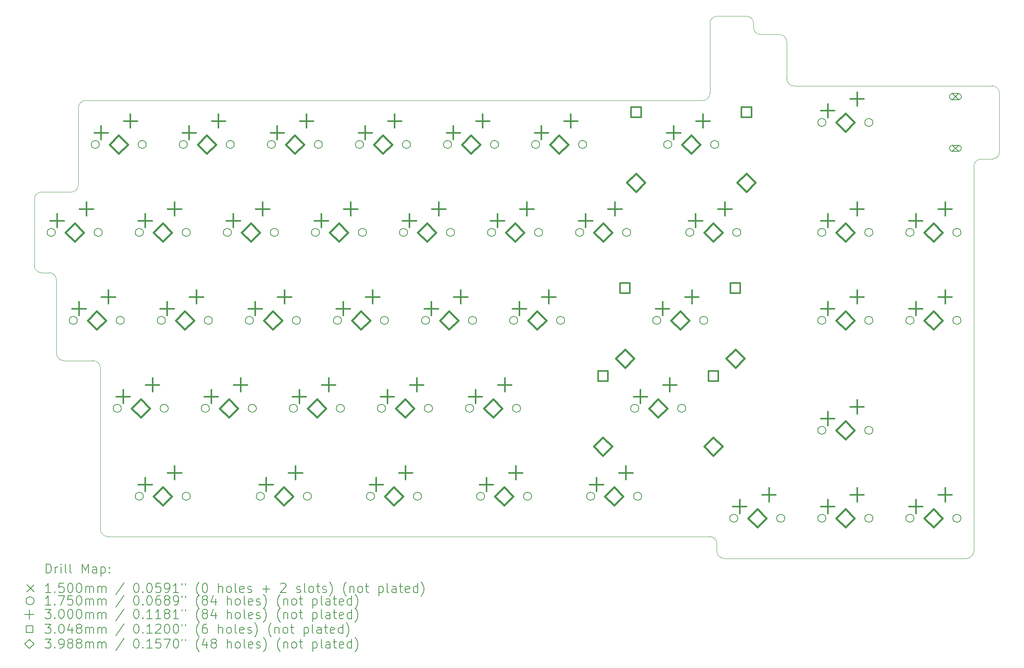
<source format=gbr>
%FSLAX45Y45*%
G04 Gerber Fmt 4.5, Leading zero omitted, Abs format (unit mm)*
G04 Created by KiCad (PCBNEW (6.0.5)) date 2022-07-14 01:38:07*
%MOMM*%
%LPD*%
G01*
G04 APERTURE LIST*
%TA.AperFunction,Profile*%
%ADD10C,0.100000*%
%TD*%
%ADD11C,0.200000*%
%ADD12C,0.150000*%
%ADD13C,0.175000*%
%ADD14C,0.300000*%
%ADD15C,0.304800*%
%ADD16C,0.398780*%
G04 APERTURE END LIST*
D10*
X4810125Y-7404100D02*
X4175125Y-7404100D01*
X4016375Y-7562850D02*
X4016375Y-8991600D01*
X24177625Y-15341595D02*
G75*
G03*
X24336375Y-15182850I-5215J163965D01*
G01*
X19573875Y-3832225D02*
X19573875Y-3752850D01*
X4810125Y-7404105D02*
G75*
G03*
X4968875Y-7245350I625J158125D01*
G01*
X5445130Y-14706600D02*
G75*
G03*
X5603875Y-14865350I159960J1210D01*
G01*
X4492625Y-9309100D02*
X4492625Y-10896600D01*
X20288245Y-4943475D02*
G75*
G03*
X20447000Y-5102225I157925J-825D01*
G01*
X5445125Y-11214100D02*
X5445125Y-14706600D01*
X24733250Y-6689730D02*
G75*
G03*
X24892000Y-6530975I2730J156020D01*
G01*
X4175125Y-9150350D02*
X4333875Y-9150350D01*
X18938875Y-15341600D02*
X24177625Y-15341600D01*
X18781006Y-3594105D02*
G75*
G03*
X18630900Y-3752850I4774J-154855D01*
G01*
X5127625Y-5419725D02*
G75*
G03*
X4968875Y-5578475I1130J-159880D01*
G01*
X4492630Y-10896600D02*
G75*
G03*
X4651375Y-11055350I165880J7130D01*
G01*
X4492630Y-9309100D02*
G75*
G03*
X4333875Y-9150350I-153870J4880D01*
G01*
X18780125Y-15024100D02*
X18780125Y-15182850D01*
X18465800Y-5419723D02*
G75*
G03*
X18630900Y-5260975I6600J158363D01*
G01*
X18781006Y-3594100D02*
X19415125Y-3594100D01*
X24892000Y-6530975D02*
X24892000Y-5260975D01*
X18780130Y-15182850D02*
G75*
G03*
X18938875Y-15341600I161390J2640D01*
G01*
X4016380Y-8991600D02*
G75*
G03*
X4175125Y-9150350I156170J-2580D01*
G01*
X24733250Y-5102225D02*
X20447000Y-5102225D01*
X4175125Y-7404095D02*
G75*
G03*
X4016375Y-7562850I-2845J-155905D01*
G01*
X18630900Y-5260975D02*
X18630900Y-3752850D01*
X18780130Y-15024100D02*
G75*
G03*
X18621375Y-14865350I-154860J3890D01*
G01*
X19573875Y-3832225D02*
G75*
G03*
X19732625Y-3990975I150825J-7925D01*
G01*
X24892005Y-5260975D02*
G75*
G03*
X24733250Y-5102225I-158965J-215D01*
G01*
X20129500Y-3990975D02*
X19732625Y-3990975D01*
X20288255Y-4149725D02*
G75*
G03*
X20129500Y-3990975I-155625J3125D01*
G01*
X4968875Y-5578475D02*
X4968875Y-7245350D01*
X24495125Y-6689725D02*
G75*
G03*
X24336375Y-6848475I2975J-161725D01*
G01*
X4651375Y-11055350D02*
X5286375Y-11055350D01*
X5603875Y-14865350D02*
X18621375Y-14865350D01*
X20288250Y-4943475D02*
X20288250Y-4149725D01*
X19573880Y-3752850D02*
G75*
G03*
X19415125Y-3594100I-156970J1780D01*
G01*
X5127625Y-5419725D02*
X18465800Y-5419725D01*
X5445120Y-11214100D02*
G75*
G03*
X5286375Y-11055350I-156900J1850D01*
G01*
X24336375Y-15182850D02*
X24336375Y-6848475D01*
X24495125Y-6689725D02*
X24733250Y-6689725D01*
D11*
D12*
X23864500Y-5260975D02*
X24014500Y-5410975D01*
X24014500Y-5260975D02*
X23864500Y-5410975D01*
D11*
X24004500Y-5270975D02*
X23874500Y-5270975D01*
X24004500Y-5400975D02*
X23874500Y-5400975D01*
X23874500Y-5270975D02*
G75*
G03*
X23874500Y-5400975I0J-65000D01*
G01*
X24004500Y-5400975D02*
G75*
G03*
X24004500Y-5270975I0J65000D01*
G01*
D12*
X23864500Y-6380975D02*
X24014500Y-6530975D01*
X24014500Y-6380975D02*
X23864500Y-6530975D01*
D11*
X24004500Y-6390975D02*
X23874500Y-6390975D01*
X24004500Y-6520975D02*
X23874500Y-6520975D01*
X23874500Y-6390975D02*
G75*
G03*
X23874500Y-6520975I0J-65000D01*
G01*
X24004500Y-6520975D02*
G75*
G03*
X24004500Y-6390975I0J65000D01*
G01*
D13*
X4469000Y-8277225D02*
G75*
G03*
X4469000Y-8277225I-87500J0D01*
G01*
X4945250Y-10182225D02*
G75*
G03*
X4945250Y-10182225I-87500J0D01*
G01*
X5421500Y-6372225D02*
G75*
G03*
X5421500Y-6372225I-87500J0D01*
G01*
X5485000Y-8277225D02*
G75*
G03*
X5485000Y-8277225I-87500J0D01*
G01*
X5897750Y-12087225D02*
G75*
G03*
X5897750Y-12087225I-87500J0D01*
G01*
X5961250Y-10182225D02*
G75*
G03*
X5961250Y-10182225I-87500J0D01*
G01*
X6374000Y-8277225D02*
G75*
G03*
X6374000Y-8277225I-87500J0D01*
G01*
X6374000Y-13992225D02*
G75*
G03*
X6374000Y-13992225I-87500J0D01*
G01*
X6437500Y-6372225D02*
G75*
G03*
X6437500Y-6372225I-87500J0D01*
G01*
X6850250Y-10182225D02*
G75*
G03*
X6850250Y-10182225I-87500J0D01*
G01*
X6913750Y-12087225D02*
G75*
G03*
X6913750Y-12087225I-87500J0D01*
G01*
X7326500Y-6372225D02*
G75*
G03*
X7326500Y-6372225I-87500J0D01*
G01*
X7390000Y-8277225D02*
G75*
G03*
X7390000Y-8277225I-87500J0D01*
G01*
X7390000Y-13992225D02*
G75*
G03*
X7390000Y-13992225I-87500J0D01*
G01*
X7802750Y-12087225D02*
G75*
G03*
X7802750Y-12087225I-87500J0D01*
G01*
X7866250Y-10182225D02*
G75*
G03*
X7866250Y-10182225I-87500J0D01*
G01*
X8279000Y-8277225D02*
G75*
G03*
X8279000Y-8277225I-87500J0D01*
G01*
X8342500Y-6372225D02*
G75*
G03*
X8342500Y-6372225I-87500J0D01*
G01*
X8755250Y-10182225D02*
G75*
G03*
X8755250Y-10182225I-87500J0D01*
G01*
X8818750Y-12087225D02*
G75*
G03*
X8818750Y-12087225I-87500J0D01*
G01*
X8993375Y-13992225D02*
G75*
G03*
X8993375Y-13992225I-87500J0D01*
G01*
X9231500Y-6372225D02*
G75*
G03*
X9231500Y-6372225I-87500J0D01*
G01*
X9295000Y-8277225D02*
G75*
G03*
X9295000Y-8277225I-87500J0D01*
G01*
X9707750Y-12087225D02*
G75*
G03*
X9707750Y-12087225I-87500J0D01*
G01*
X9771250Y-10182225D02*
G75*
G03*
X9771250Y-10182225I-87500J0D01*
G01*
X10009375Y-13992225D02*
G75*
G03*
X10009375Y-13992225I-87500J0D01*
G01*
X10184000Y-8277225D02*
G75*
G03*
X10184000Y-8277225I-87500J0D01*
G01*
X10247500Y-6372225D02*
G75*
G03*
X10247500Y-6372225I-87500J0D01*
G01*
X10660250Y-10182225D02*
G75*
G03*
X10660250Y-10182225I-87500J0D01*
G01*
X10723750Y-12087225D02*
G75*
G03*
X10723750Y-12087225I-87500J0D01*
G01*
X11136500Y-6372225D02*
G75*
G03*
X11136500Y-6372225I-87500J0D01*
G01*
X11200000Y-8277225D02*
G75*
G03*
X11200000Y-8277225I-87500J0D01*
G01*
X11374625Y-13992225D02*
G75*
G03*
X11374625Y-13992225I-87500J0D01*
G01*
X11612750Y-12087225D02*
G75*
G03*
X11612750Y-12087225I-87500J0D01*
G01*
X11676250Y-10182225D02*
G75*
G03*
X11676250Y-10182225I-87500J0D01*
G01*
X12089000Y-8277225D02*
G75*
G03*
X12089000Y-8277225I-87500J0D01*
G01*
X12152500Y-6372225D02*
G75*
G03*
X12152500Y-6372225I-87500J0D01*
G01*
X12390625Y-13992225D02*
G75*
G03*
X12390625Y-13992225I-87500J0D01*
G01*
X12565250Y-10182225D02*
G75*
G03*
X12565250Y-10182225I-87500J0D01*
G01*
X12628750Y-12087225D02*
G75*
G03*
X12628750Y-12087225I-87500J0D01*
G01*
X13041500Y-6372225D02*
G75*
G03*
X13041500Y-6372225I-87500J0D01*
G01*
X13105000Y-8277225D02*
G75*
G03*
X13105000Y-8277225I-87500J0D01*
G01*
X13517750Y-12087225D02*
G75*
G03*
X13517750Y-12087225I-87500J0D01*
G01*
X13581250Y-10182225D02*
G75*
G03*
X13581250Y-10182225I-87500J0D01*
G01*
X13755875Y-13992225D02*
G75*
G03*
X13755875Y-13992225I-87500J0D01*
G01*
X13994000Y-8277225D02*
G75*
G03*
X13994000Y-8277225I-87500J0D01*
G01*
X14057500Y-6372225D02*
G75*
G03*
X14057500Y-6372225I-87500J0D01*
G01*
X14470250Y-10182225D02*
G75*
G03*
X14470250Y-10182225I-87500J0D01*
G01*
X14533750Y-12087225D02*
G75*
G03*
X14533750Y-12087225I-87500J0D01*
G01*
X14771875Y-13992225D02*
G75*
G03*
X14771875Y-13992225I-87500J0D01*
G01*
X14946500Y-6372225D02*
G75*
G03*
X14946500Y-6372225I-87500J0D01*
G01*
X15010000Y-8277225D02*
G75*
G03*
X15010000Y-8277225I-87500J0D01*
G01*
X15486250Y-10182225D02*
G75*
G03*
X15486250Y-10182225I-87500J0D01*
G01*
X15899000Y-8277225D02*
G75*
G03*
X15899000Y-8277225I-87500J0D01*
G01*
X15962500Y-6372225D02*
G75*
G03*
X15962500Y-6372225I-87500J0D01*
G01*
X16137125Y-13992225D02*
G75*
G03*
X16137125Y-13992225I-87500J0D01*
G01*
X16915000Y-8277225D02*
G75*
G03*
X16915000Y-8277225I-87500J0D01*
G01*
X17089625Y-12087225D02*
G75*
G03*
X17089625Y-12087225I-87500J0D01*
G01*
X17153125Y-13992225D02*
G75*
G03*
X17153125Y-13992225I-87500J0D01*
G01*
X17565875Y-10182225D02*
G75*
G03*
X17565875Y-10182225I-87500J0D01*
G01*
X17804000Y-6372225D02*
G75*
G03*
X17804000Y-6372225I-87500J0D01*
G01*
X18105625Y-12087225D02*
G75*
G03*
X18105625Y-12087225I-87500J0D01*
G01*
X18280250Y-8277225D02*
G75*
G03*
X18280250Y-8277225I-87500J0D01*
G01*
X18581875Y-10182225D02*
G75*
G03*
X18581875Y-10182225I-87500J0D01*
G01*
X18820000Y-6372225D02*
G75*
G03*
X18820000Y-6372225I-87500J0D01*
G01*
X19232750Y-14468475D02*
G75*
G03*
X19232750Y-14468475I-87500J0D01*
G01*
X19296250Y-8277225D02*
G75*
G03*
X19296250Y-8277225I-87500J0D01*
G01*
X20248750Y-14468475D02*
G75*
G03*
X20248750Y-14468475I-87500J0D01*
G01*
X21137750Y-5895975D02*
G75*
G03*
X21137750Y-5895975I-87500J0D01*
G01*
X21137750Y-8277225D02*
G75*
G03*
X21137750Y-8277225I-87500J0D01*
G01*
X21137750Y-10182225D02*
G75*
G03*
X21137750Y-10182225I-87500J0D01*
G01*
X21137750Y-12563475D02*
G75*
G03*
X21137750Y-12563475I-87500J0D01*
G01*
X21137750Y-14468475D02*
G75*
G03*
X21137750Y-14468475I-87500J0D01*
G01*
X22153750Y-5895975D02*
G75*
G03*
X22153750Y-5895975I-87500J0D01*
G01*
X22153750Y-8277225D02*
G75*
G03*
X22153750Y-8277225I-87500J0D01*
G01*
X22153750Y-10182225D02*
G75*
G03*
X22153750Y-10182225I-87500J0D01*
G01*
X22153750Y-12563475D02*
G75*
G03*
X22153750Y-12563475I-87500J0D01*
G01*
X22153750Y-14468475D02*
G75*
G03*
X22153750Y-14468475I-87500J0D01*
G01*
X23042750Y-8277225D02*
G75*
G03*
X23042750Y-8277225I-87500J0D01*
G01*
X23042750Y-10182225D02*
G75*
G03*
X23042750Y-10182225I-87500J0D01*
G01*
X23042750Y-14468475D02*
G75*
G03*
X23042750Y-14468475I-87500J0D01*
G01*
X24058750Y-8277225D02*
G75*
G03*
X24058750Y-8277225I-87500J0D01*
G01*
X24058750Y-10182225D02*
G75*
G03*
X24058750Y-10182225I-87500J0D01*
G01*
X24058750Y-14468475D02*
G75*
G03*
X24058750Y-14468475I-87500J0D01*
G01*
D14*
X4508500Y-7873225D02*
X4508500Y-8173225D01*
X4358500Y-8023225D02*
X4658500Y-8023225D01*
X4984750Y-9778225D02*
X4984750Y-10078225D01*
X4834750Y-9928225D02*
X5134750Y-9928225D01*
X5143500Y-7619225D02*
X5143500Y-7919225D01*
X4993500Y-7769225D02*
X5293500Y-7769225D01*
X5461000Y-5968225D02*
X5461000Y-6268225D01*
X5311000Y-6118225D02*
X5611000Y-6118225D01*
X5619750Y-9524225D02*
X5619750Y-9824225D01*
X5469750Y-9674225D02*
X5769750Y-9674225D01*
X5937250Y-11683225D02*
X5937250Y-11983225D01*
X5787250Y-11833225D02*
X6087250Y-11833225D01*
X6096000Y-5714225D02*
X6096000Y-6014225D01*
X5946000Y-5864225D02*
X6246000Y-5864225D01*
X6413500Y-7873225D02*
X6413500Y-8173225D01*
X6263500Y-8023225D02*
X6563500Y-8023225D01*
X6413500Y-13588225D02*
X6413500Y-13888225D01*
X6263500Y-13738225D02*
X6563500Y-13738225D01*
X6572250Y-11429225D02*
X6572250Y-11729225D01*
X6422250Y-11579225D02*
X6722250Y-11579225D01*
X6889750Y-9778225D02*
X6889750Y-10078225D01*
X6739750Y-9928225D02*
X7039750Y-9928225D01*
X7048500Y-7619225D02*
X7048500Y-7919225D01*
X6898500Y-7769225D02*
X7198500Y-7769225D01*
X7048500Y-13334225D02*
X7048500Y-13634225D01*
X6898500Y-13484225D02*
X7198500Y-13484225D01*
X7366000Y-5968225D02*
X7366000Y-6268225D01*
X7216000Y-6118225D02*
X7516000Y-6118225D01*
X7524750Y-9524225D02*
X7524750Y-9824225D01*
X7374750Y-9674225D02*
X7674750Y-9674225D01*
X7842250Y-11683225D02*
X7842250Y-11983225D01*
X7692250Y-11833225D02*
X7992250Y-11833225D01*
X8001000Y-5714225D02*
X8001000Y-6014225D01*
X7851000Y-5864225D02*
X8151000Y-5864225D01*
X8318500Y-7873225D02*
X8318500Y-8173225D01*
X8168500Y-8023225D02*
X8468500Y-8023225D01*
X8477250Y-11429225D02*
X8477250Y-11729225D01*
X8327250Y-11579225D02*
X8627250Y-11579225D01*
X8794750Y-9778225D02*
X8794750Y-10078225D01*
X8644750Y-9928225D02*
X8944750Y-9928225D01*
X8953500Y-7619225D02*
X8953500Y-7919225D01*
X8803500Y-7769225D02*
X9103500Y-7769225D01*
X9032875Y-13588225D02*
X9032875Y-13888225D01*
X8882875Y-13738225D02*
X9182875Y-13738225D01*
X9271000Y-5968225D02*
X9271000Y-6268225D01*
X9121000Y-6118225D02*
X9421000Y-6118225D01*
X9429750Y-9524225D02*
X9429750Y-9824225D01*
X9279750Y-9674225D02*
X9579750Y-9674225D01*
X9667875Y-13334225D02*
X9667875Y-13634225D01*
X9517875Y-13484225D02*
X9817875Y-13484225D01*
X9747250Y-11683225D02*
X9747250Y-11983225D01*
X9597250Y-11833225D02*
X9897250Y-11833225D01*
X9906000Y-5714225D02*
X9906000Y-6014225D01*
X9756000Y-5864225D02*
X10056000Y-5864225D01*
X10223500Y-7873225D02*
X10223500Y-8173225D01*
X10073500Y-8023225D02*
X10373500Y-8023225D01*
X10382250Y-11429225D02*
X10382250Y-11729225D01*
X10232250Y-11579225D02*
X10532250Y-11579225D01*
X10699750Y-9778225D02*
X10699750Y-10078225D01*
X10549750Y-9928225D02*
X10849750Y-9928225D01*
X10858500Y-7619225D02*
X10858500Y-7919225D01*
X10708500Y-7769225D02*
X11008500Y-7769225D01*
X11176000Y-5968225D02*
X11176000Y-6268225D01*
X11026000Y-6118225D02*
X11326000Y-6118225D01*
X11334750Y-9524225D02*
X11334750Y-9824225D01*
X11184750Y-9674225D02*
X11484750Y-9674225D01*
X11414125Y-13588225D02*
X11414125Y-13888225D01*
X11264125Y-13738225D02*
X11564125Y-13738225D01*
X11652250Y-11683225D02*
X11652250Y-11983225D01*
X11502250Y-11833225D02*
X11802250Y-11833225D01*
X11811000Y-5714225D02*
X11811000Y-6014225D01*
X11661000Y-5864225D02*
X11961000Y-5864225D01*
X12049125Y-13334225D02*
X12049125Y-13634225D01*
X11899125Y-13484225D02*
X12199125Y-13484225D01*
X12128500Y-7873225D02*
X12128500Y-8173225D01*
X11978500Y-8023225D02*
X12278500Y-8023225D01*
X12287250Y-11429225D02*
X12287250Y-11729225D01*
X12137250Y-11579225D02*
X12437250Y-11579225D01*
X12604750Y-9778225D02*
X12604750Y-10078225D01*
X12454750Y-9928225D02*
X12754750Y-9928225D01*
X12763500Y-7619225D02*
X12763500Y-7919225D01*
X12613500Y-7769225D02*
X12913500Y-7769225D01*
X13081000Y-5968225D02*
X13081000Y-6268225D01*
X12931000Y-6118225D02*
X13231000Y-6118225D01*
X13239750Y-9524225D02*
X13239750Y-9824225D01*
X13089750Y-9674225D02*
X13389750Y-9674225D01*
X13557250Y-11683225D02*
X13557250Y-11983225D01*
X13407250Y-11833225D02*
X13707250Y-11833225D01*
X13716000Y-5714225D02*
X13716000Y-6014225D01*
X13566000Y-5864225D02*
X13866000Y-5864225D01*
X13795375Y-13588225D02*
X13795375Y-13888225D01*
X13645375Y-13738225D02*
X13945375Y-13738225D01*
X14033500Y-7873225D02*
X14033500Y-8173225D01*
X13883500Y-8023225D02*
X14183500Y-8023225D01*
X14192250Y-11429225D02*
X14192250Y-11729225D01*
X14042250Y-11579225D02*
X14342250Y-11579225D01*
X14430375Y-13334225D02*
X14430375Y-13634225D01*
X14280375Y-13484225D02*
X14580375Y-13484225D01*
X14509750Y-9778225D02*
X14509750Y-10078225D01*
X14359750Y-9928225D02*
X14659750Y-9928225D01*
X14668500Y-7619225D02*
X14668500Y-7919225D01*
X14518500Y-7769225D02*
X14818500Y-7769225D01*
X14986000Y-5968225D02*
X14986000Y-6268225D01*
X14836000Y-6118225D02*
X15136000Y-6118225D01*
X15144750Y-9524225D02*
X15144750Y-9824225D01*
X14994750Y-9674225D02*
X15294750Y-9674225D01*
X15621000Y-5714225D02*
X15621000Y-6014225D01*
X15471000Y-5864225D02*
X15771000Y-5864225D01*
X15938500Y-7873225D02*
X15938500Y-8173225D01*
X15788500Y-8023225D02*
X16088500Y-8023225D01*
X16176625Y-13588225D02*
X16176625Y-13888225D01*
X16026625Y-13738225D02*
X16326625Y-13738225D01*
X16573500Y-7619225D02*
X16573500Y-7919225D01*
X16423500Y-7769225D02*
X16723500Y-7769225D01*
X16811625Y-13334225D02*
X16811625Y-13634225D01*
X16661625Y-13484225D02*
X16961625Y-13484225D01*
X17129125Y-11683225D02*
X17129125Y-11983225D01*
X16979125Y-11833225D02*
X17279125Y-11833225D01*
X17605375Y-9778225D02*
X17605375Y-10078225D01*
X17455375Y-9928225D02*
X17755375Y-9928225D01*
X17764125Y-11429225D02*
X17764125Y-11729225D01*
X17614125Y-11579225D02*
X17914125Y-11579225D01*
X17843500Y-5968225D02*
X17843500Y-6268225D01*
X17693500Y-6118225D02*
X17993500Y-6118225D01*
X18240375Y-9524225D02*
X18240375Y-9824225D01*
X18090375Y-9674225D02*
X18390375Y-9674225D01*
X18319750Y-7873225D02*
X18319750Y-8173225D01*
X18169750Y-8023225D02*
X18469750Y-8023225D01*
X18478500Y-5714225D02*
X18478500Y-6014225D01*
X18328500Y-5864225D02*
X18628500Y-5864225D01*
X18954750Y-7619225D02*
X18954750Y-7919225D01*
X18804750Y-7769225D02*
X19104750Y-7769225D01*
X19272250Y-14064475D02*
X19272250Y-14364475D01*
X19122250Y-14214475D02*
X19422250Y-14214475D01*
X19907250Y-13810475D02*
X19907250Y-14110475D01*
X19757250Y-13960475D02*
X20057250Y-13960475D01*
X21177250Y-5491975D02*
X21177250Y-5791975D01*
X21027250Y-5641975D02*
X21327250Y-5641975D01*
X21177250Y-7873225D02*
X21177250Y-8173225D01*
X21027250Y-8023225D02*
X21327250Y-8023225D01*
X21177250Y-9778225D02*
X21177250Y-10078225D01*
X21027250Y-9928225D02*
X21327250Y-9928225D01*
X21177250Y-12159475D02*
X21177250Y-12459475D01*
X21027250Y-12309475D02*
X21327250Y-12309475D01*
X21177250Y-14064475D02*
X21177250Y-14364475D01*
X21027250Y-14214475D02*
X21327250Y-14214475D01*
X21812250Y-5237975D02*
X21812250Y-5537975D01*
X21662250Y-5387975D02*
X21962250Y-5387975D01*
X21812250Y-7619225D02*
X21812250Y-7919225D01*
X21662250Y-7769225D02*
X21962250Y-7769225D01*
X21812250Y-9524225D02*
X21812250Y-9824225D01*
X21662250Y-9674225D02*
X21962250Y-9674225D01*
X21812250Y-11905475D02*
X21812250Y-12205475D01*
X21662250Y-12055475D02*
X21962250Y-12055475D01*
X21812250Y-13810475D02*
X21812250Y-14110475D01*
X21662250Y-13960475D02*
X21962250Y-13960475D01*
X23082250Y-7873225D02*
X23082250Y-8173225D01*
X22932250Y-8023225D02*
X23232250Y-8023225D01*
X23082250Y-9778225D02*
X23082250Y-10078225D01*
X22932250Y-9928225D02*
X23232250Y-9928225D01*
X23082250Y-14064475D02*
X23082250Y-14364475D01*
X22932250Y-14214475D02*
X23232250Y-14214475D01*
X23717250Y-7619225D02*
X23717250Y-7919225D01*
X23567250Y-7769225D02*
X23867250Y-7769225D01*
X23717250Y-9524225D02*
X23717250Y-9824225D01*
X23567250Y-9674225D02*
X23867250Y-9674225D01*
X23717250Y-13810475D02*
X23717250Y-14110475D01*
X23567250Y-13960475D02*
X23867250Y-13960475D01*
D15*
X16424089Y-11496489D02*
X16424089Y-11280961D01*
X16208561Y-11280961D01*
X16208561Y-11496489D01*
X16424089Y-11496489D01*
X16900339Y-9591489D02*
X16900339Y-9375961D01*
X16684811Y-9375961D01*
X16684811Y-9591489D01*
X16900339Y-9591489D01*
X17138464Y-5781489D02*
X17138464Y-5565961D01*
X16922936Y-5565961D01*
X16922936Y-5781489D01*
X17138464Y-5781489D01*
X18811689Y-11496489D02*
X18811689Y-11280961D01*
X18596161Y-11280961D01*
X18596161Y-11496489D01*
X18811689Y-11496489D01*
X19287939Y-9591489D02*
X19287939Y-9375961D01*
X19072411Y-9375961D01*
X19072411Y-9591489D01*
X19287939Y-9591489D01*
X19526064Y-5781489D02*
X19526064Y-5565961D01*
X19310536Y-5565961D01*
X19310536Y-5781489D01*
X19526064Y-5781489D01*
D16*
X4889500Y-8476615D02*
X5088890Y-8277225D01*
X4889500Y-8077835D01*
X4690110Y-8277225D01*
X4889500Y-8476615D01*
X5365750Y-10381615D02*
X5565140Y-10182225D01*
X5365750Y-9982835D01*
X5166360Y-10182225D01*
X5365750Y-10381615D01*
X5842000Y-6571615D02*
X6041390Y-6372225D01*
X5842000Y-6172835D01*
X5642610Y-6372225D01*
X5842000Y-6571615D01*
X6318250Y-12286615D02*
X6517640Y-12087225D01*
X6318250Y-11887835D01*
X6118860Y-12087225D01*
X6318250Y-12286615D01*
X6794500Y-8476615D02*
X6993890Y-8277225D01*
X6794500Y-8077835D01*
X6595110Y-8277225D01*
X6794500Y-8476615D01*
X6794500Y-14191615D02*
X6993890Y-13992225D01*
X6794500Y-13792835D01*
X6595110Y-13992225D01*
X6794500Y-14191615D01*
X7270750Y-10381615D02*
X7470140Y-10182225D01*
X7270750Y-9982835D01*
X7071360Y-10182225D01*
X7270750Y-10381615D01*
X7747000Y-6571615D02*
X7946390Y-6372225D01*
X7747000Y-6172835D01*
X7547610Y-6372225D01*
X7747000Y-6571615D01*
X8223250Y-12286615D02*
X8422640Y-12087225D01*
X8223250Y-11887835D01*
X8023860Y-12087225D01*
X8223250Y-12286615D01*
X8699500Y-8476615D02*
X8898890Y-8277225D01*
X8699500Y-8077835D01*
X8500110Y-8277225D01*
X8699500Y-8476615D01*
X9175750Y-10381615D02*
X9375140Y-10182225D01*
X9175750Y-9982835D01*
X8976360Y-10182225D01*
X9175750Y-10381615D01*
X9413875Y-14191615D02*
X9613265Y-13992225D01*
X9413875Y-13792835D01*
X9214485Y-13992225D01*
X9413875Y-14191615D01*
X9652000Y-6571615D02*
X9851390Y-6372225D01*
X9652000Y-6172835D01*
X9452610Y-6372225D01*
X9652000Y-6571615D01*
X10128250Y-12286615D02*
X10327640Y-12087225D01*
X10128250Y-11887835D01*
X9928860Y-12087225D01*
X10128250Y-12286615D01*
X10604500Y-8476615D02*
X10803890Y-8277225D01*
X10604500Y-8077835D01*
X10405110Y-8277225D01*
X10604500Y-8476615D01*
X11080750Y-10381615D02*
X11280140Y-10182225D01*
X11080750Y-9982835D01*
X10881360Y-10182225D01*
X11080750Y-10381615D01*
X11557000Y-6571615D02*
X11756390Y-6372225D01*
X11557000Y-6172835D01*
X11357610Y-6372225D01*
X11557000Y-6571615D01*
X11795125Y-14191615D02*
X11994515Y-13992225D01*
X11795125Y-13792835D01*
X11595735Y-13992225D01*
X11795125Y-14191615D01*
X12033250Y-12286615D02*
X12232640Y-12087225D01*
X12033250Y-11887835D01*
X11833860Y-12087225D01*
X12033250Y-12286615D01*
X12509500Y-8476615D02*
X12708890Y-8277225D01*
X12509500Y-8077835D01*
X12310110Y-8277225D01*
X12509500Y-8476615D01*
X12985750Y-10381615D02*
X13185140Y-10182225D01*
X12985750Y-9982835D01*
X12786360Y-10182225D01*
X12985750Y-10381615D01*
X13462000Y-6571615D02*
X13661390Y-6372225D01*
X13462000Y-6172835D01*
X13262610Y-6372225D01*
X13462000Y-6571615D01*
X13938250Y-12286615D02*
X14137640Y-12087225D01*
X13938250Y-11887835D01*
X13738860Y-12087225D01*
X13938250Y-12286615D01*
X14176375Y-14191615D02*
X14375765Y-13992225D01*
X14176375Y-13792835D01*
X13976985Y-13992225D01*
X14176375Y-14191615D01*
X14414500Y-8476615D02*
X14613890Y-8277225D01*
X14414500Y-8077835D01*
X14215110Y-8277225D01*
X14414500Y-8476615D01*
X14890750Y-10381615D02*
X15090140Y-10182225D01*
X14890750Y-9982835D01*
X14691360Y-10182225D01*
X14890750Y-10381615D01*
X15367000Y-6571615D02*
X15566390Y-6372225D01*
X15367000Y-6172835D01*
X15167610Y-6372225D01*
X15367000Y-6571615D01*
X16316325Y-13112115D02*
X16515715Y-12912725D01*
X16316325Y-12713335D01*
X16116935Y-12912725D01*
X16316325Y-13112115D01*
X16319500Y-8476615D02*
X16518890Y-8277225D01*
X16319500Y-8077835D01*
X16120110Y-8277225D01*
X16319500Y-8476615D01*
X16557625Y-14191615D02*
X16757015Y-13992225D01*
X16557625Y-13792835D01*
X16358235Y-13992225D01*
X16557625Y-14191615D01*
X16792575Y-11207115D02*
X16991965Y-11007725D01*
X16792575Y-10808335D01*
X16593185Y-11007725D01*
X16792575Y-11207115D01*
X17030700Y-7397115D02*
X17230090Y-7197725D01*
X17030700Y-6998335D01*
X16831310Y-7197725D01*
X17030700Y-7397115D01*
X17510125Y-12286615D02*
X17709515Y-12087225D01*
X17510125Y-11887835D01*
X17310735Y-12087225D01*
X17510125Y-12286615D01*
X17986375Y-10381615D02*
X18185765Y-10182225D01*
X17986375Y-9982835D01*
X17786985Y-10182225D01*
X17986375Y-10381615D01*
X18224500Y-6571615D02*
X18423890Y-6372225D01*
X18224500Y-6172835D01*
X18025110Y-6372225D01*
X18224500Y-6571615D01*
X18700750Y-8476615D02*
X18900140Y-8277225D01*
X18700750Y-8077835D01*
X18501360Y-8277225D01*
X18700750Y-8476615D01*
X18703925Y-13112115D02*
X18903315Y-12912725D01*
X18703925Y-12713335D01*
X18504535Y-12912725D01*
X18703925Y-13112115D01*
X19180175Y-11207115D02*
X19379565Y-11007725D01*
X19180175Y-10808335D01*
X18980785Y-11007725D01*
X19180175Y-11207115D01*
X19418300Y-7397115D02*
X19617690Y-7197725D01*
X19418300Y-6998335D01*
X19218910Y-7197725D01*
X19418300Y-7397115D01*
X19653250Y-14667865D02*
X19852640Y-14468475D01*
X19653250Y-14269085D01*
X19453860Y-14468475D01*
X19653250Y-14667865D01*
X21558250Y-6095365D02*
X21757640Y-5895975D01*
X21558250Y-5696585D01*
X21358860Y-5895975D01*
X21558250Y-6095365D01*
X21558250Y-8476615D02*
X21757640Y-8277225D01*
X21558250Y-8077835D01*
X21358860Y-8277225D01*
X21558250Y-8476615D01*
X21558250Y-10381615D02*
X21757640Y-10182225D01*
X21558250Y-9982835D01*
X21358860Y-10182225D01*
X21558250Y-10381615D01*
X21558250Y-12762865D02*
X21757640Y-12563475D01*
X21558250Y-12364085D01*
X21358860Y-12563475D01*
X21558250Y-12762865D01*
X21558250Y-14667865D02*
X21757640Y-14468475D01*
X21558250Y-14269085D01*
X21358860Y-14468475D01*
X21558250Y-14667865D01*
X23463250Y-8476615D02*
X23662640Y-8277225D01*
X23463250Y-8077835D01*
X23263860Y-8277225D01*
X23463250Y-8476615D01*
X23463250Y-10381615D02*
X23662640Y-10182225D01*
X23463250Y-9982835D01*
X23263860Y-10182225D01*
X23463250Y-10381615D01*
X23463250Y-14667865D02*
X23662640Y-14468475D01*
X23463250Y-14269085D01*
X23263860Y-14468475D01*
X23463250Y-14667865D01*
D11*
X4268968Y-15657076D02*
X4268968Y-15457076D01*
X4316587Y-15457076D01*
X4345159Y-15466600D01*
X4364206Y-15485648D01*
X4373730Y-15504695D01*
X4383254Y-15542790D01*
X4383254Y-15571362D01*
X4373730Y-15609457D01*
X4364206Y-15628505D01*
X4345159Y-15647552D01*
X4316587Y-15657076D01*
X4268968Y-15657076D01*
X4468968Y-15657076D02*
X4468968Y-15523743D01*
X4468968Y-15561838D02*
X4478492Y-15542790D01*
X4488016Y-15533267D01*
X4507063Y-15523743D01*
X4526111Y-15523743D01*
X4592778Y-15657076D02*
X4592778Y-15523743D01*
X4592778Y-15457076D02*
X4583254Y-15466600D01*
X4592778Y-15476124D01*
X4602301Y-15466600D01*
X4592778Y-15457076D01*
X4592778Y-15476124D01*
X4716587Y-15657076D02*
X4697539Y-15647552D01*
X4688016Y-15628505D01*
X4688016Y-15457076D01*
X4821349Y-15657076D02*
X4802301Y-15647552D01*
X4792778Y-15628505D01*
X4792778Y-15457076D01*
X5049920Y-15657076D02*
X5049920Y-15457076D01*
X5116587Y-15599933D01*
X5183254Y-15457076D01*
X5183254Y-15657076D01*
X5364206Y-15657076D02*
X5364206Y-15552314D01*
X5354682Y-15533267D01*
X5335635Y-15523743D01*
X5297539Y-15523743D01*
X5278492Y-15533267D01*
X5364206Y-15647552D02*
X5345159Y-15657076D01*
X5297539Y-15657076D01*
X5278492Y-15647552D01*
X5268968Y-15628505D01*
X5268968Y-15609457D01*
X5278492Y-15590409D01*
X5297539Y-15580886D01*
X5345159Y-15580886D01*
X5364206Y-15571362D01*
X5459444Y-15523743D02*
X5459444Y-15723743D01*
X5459444Y-15533267D02*
X5478492Y-15523743D01*
X5516587Y-15523743D01*
X5535635Y-15533267D01*
X5545159Y-15542790D01*
X5554682Y-15561838D01*
X5554682Y-15618981D01*
X5545159Y-15638028D01*
X5535635Y-15647552D01*
X5516587Y-15657076D01*
X5478492Y-15657076D01*
X5459444Y-15647552D01*
X5640397Y-15638028D02*
X5649920Y-15647552D01*
X5640397Y-15657076D01*
X5630873Y-15647552D01*
X5640397Y-15638028D01*
X5640397Y-15657076D01*
X5640397Y-15533267D02*
X5649920Y-15542790D01*
X5640397Y-15552314D01*
X5630873Y-15542790D01*
X5640397Y-15533267D01*
X5640397Y-15552314D01*
D12*
X3861349Y-15911600D02*
X4011349Y-16061600D01*
X4011349Y-15911600D02*
X3861349Y-16061600D01*
D11*
X4373730Y-16077076D02*
X4259444Y-16077076D01*
X4316587Y-16077076D02*
X4316587Y-15877076D01*
X4297539Y-15905648D01*
X4278492Y-15924695D01*
X4259444Y-15934219D01*
X4459444Y-16058028D02*
X4468968Y-16067552D01*
X4459444Y-16077076D01*
X4449920Y-16067552D01*
X4459444Y-16058028D01*
X4459444Y-16077076D01*
X4649920Y-15877076D02*
X4554682Y-15877076D01*
X4545159Y-15972314D01*
X4554682Y-15962790D01*
X4573730Y-15953267D01*
X4621349Y-15953267D01*
X4640397Y-15962790D01*
X4649920Y-15972314D01*
X4659444Y-15991362D01*
X4659444Y-16038981D01*
X4649920Y-16058028D01*
X4640397Y-16067552D01*
X4621349Y-16077076D01*
X4573730Y-16077076D01*
X4554682Y-16067552D01*
X4545159Y-16058028D01*
X4783254Y-15877076D02*
X4802301Y-15877076D01*
X4821349Y-15886600D01*
X4830873Y-15896124D01*
X4840397Y-15915171D01*
X4849920Y-15953267D01*
X4849920Y-16000886D01*
X4840397Y-16038981D01*
X4830873Y-16058028D01*
X4821349Y-16067552D01*
X4802301Y-16077076D01*
X4783254Y-16077076D01*
X4764206Y-16067552D01*
X4754682Y-16058028D01*
X4745159Y-16038981D01*
X4735635Y-16000886D01*
X4735635Y-15953267D01*
X4745159Y-15915171D01*
X4754682Y-15896124D01*
X4764206Y-15886600D01*
X4783254Y-15877076D01*
X4973730Y-15877076D02*
X4992778Y-15877076D01*
X5011825Y-15886600D01*
X5021349Y-15896124D01*
X5030873Y-15915171D01*
X5040397Y-15953267D01*
X5040397Y-16000886D01*
X5030873Y-16038981D01*
X5021349Y-16058028D01*
X5011825Y-16067552D01*
X4992778Y-16077076D01*
X4973730Y-16077076D01*
X4954682Y-16067552D01*
X4945159Y-16058028D01*
X4935635Y-16038981D01*
X4926111Y-16000886D01*
X4926111Y-15953267D01*
X4935635Y-15915171D01*
X4945159Y-15896124D01*
X4954682Y-15886600D01*
X4973730Y-15877076D01*
X5126111Y-16077076D02*
X5126111Y-15943743D01*
X5126111Y-15962790D02*
X5135635Y-15953267D01*
X5154682Y-15943743D01*
X5183254Y-15943743D01*
X5202301Y-15953267D01*
X5211825Y-15972314D01*
X5211825Y-16077076D01*
X5211825Y-15972314D02*
X5221349Y-15953267D01*
X5240397Y-15943743D01*
X5268968Y-15943743D01*
X5288016Y-15953267D01*
X5297539Y-15972314D01*
X5297539Y-16077076D01*
X5392778Y-16077076D02*
X5392778Y-15943743D01*
X5392778Y-15962790D02*
X5402301Y-15953267D01*
X5421349Y-15943743D01*
X5449920Y-15943743D01*
X5468968Y-15953267D01*
X5478492Y-15972314D01*
X5478492Y-16077076D01*
X5478492Y-15972314D02*
X5488016Y-15953267D01*
X5507063Y-15943743D01*
X5535635Y-15943743D01*
X5554682Y-15953267D01*
X5564206Y-15972314D01*
X5564206Y-16077076D01*
X5954682Y-15867552D02*
X5783254Y-16124695D01*
X6211825Y-15877076D02*
X6230873Y-15877076D01*
X6249920Y-15886600D01*
X6259444Y-15896124D01*
X6268968Y-15915171D01*
X6278492Y-15953267D01*
X6278492Y-16000886D01*
X6268968Y-16038981D01*
X6259444Y-16058028D01*
X6249920Y-16067552D01*
X6230873Y-16077076D01*
X6211825Y-16077076D01*
X6192777Y-16067552D01*
X6183254Y-16058028D01*
X6173730Y-16038981D01*
X6164206Y-16000886D01*
X6164206Y-15953267D01*
X6173730Y-15915171D01*
X6183254Y-15896124D01*
X6192777Y-15886600D01*
X6211825Y-15877076D01*
X6364206Y-16058028D02*
X6373730Y-16067552D01*
X6364206Y-16077076D01*
X6354682Y-16067552D01*
X6364206Y-16058028D01*
X6364206Y-16077076D01*
X6497539Y-15877076D02*
X6516587Y-15877076D01*
X6535635Y-15886600D01*
X6545158Y-15896124D01*
X6554682Y-15915171D01*
X6564206Y-15953267D01*
X6564206Y-16000886D01*
X6554682Y-16038981D01*
X6545158Y-16058028D01*
X6535635Y-16067552D01*
X6516587Y-16077076D01*
X6497539Y-16077076D01*
X6478492Y-16067552D01*
X6468968Y-16058028D01*
X6459444Y-16038981D01*
X6449920Y-16000886D01*
X6449920Y-15953267D01*
X6459444Y-15915171D01*
X6468968Y-15896124D01*
X6478492Y-15886600D01*
X6497539Y-15877076D01*
X6745158Y-15877076D02*
X6649920Y-15877076D01*
X6640397Y-15972314D01*
X6649920Y-15962790D01*
X6668968Y-15953267D01*
X6716587Y-15953267D01*
X6735635Y-15962790D01*
X6745158Y-15972314D01*
X6754682Y-15991362D01*
X6754682Y-16038981D01*
X6745158Y-16058028D01*
X6735635Y-16067552D01*
X6716587Y-16077076D01*
X6668968Y-16077076D01*
X6649920Y-16067552D01*
X6640397Y-16058028D01*
X6849920Y-16077076D02*
X6888016Y-16077076D01*
X6907063Y-16067552D01*
X6916587Y-16058028D01*
X6935635Y-16029457D01*
X6945158Y-15991362D01*
X6945158Y-15915171D01*
X6935635Y-15896124D01*
X6926111Y-15886600D01*
X6907063Y-15877076D01*
X6868968Y-15877076D01*
X6849920Y-15886600D01*
X6840397Y-15896124D01*
X6830873Y-15915171D01*
X6830873Y-15962790D01*
X6840397Y-15981838D01*
X6849920Y-15991362D01*
X6868968Y-16000886D01*
X6907063Y-16000886D01*
X6926111Y-15991362D01*
X6935635Y-15981838D01*
X6945158Y-15962790D01*
X7135635Y-16077076D02*
X7021349Y-16077076D01*
X7078492Y-16077076D02*
X7078492Y-15877076D01*
X7059444Y-15905648D01*
X7040397Y-15924695D01*
X7021349Y-15934219D01*
X7211825Y-15877076D02*
X7211825Y-15915171D01*
X7288016Y-15877076D02*
X7288016Y-15915171D01*
X7583254Y-16153267D02*
X7573730Y-16143743D01*
X7554682Y-16115171D01*
X7545158Y-16096124D01*
X7535635Y-16067552D01*
X7526111Y-16019933D01*
X7526111Y-15981838D01*
X7535635Y-15934219D01*
X7545158Y-15905648D01*
X7554682Y-15886600D01*
X7573730Y-15858028D01*
X7583254Y-15848505D01*
X7697539Y-15877076D02*
X7716587Y-15877076D01*
X7735635Y-15886600D01*
X7745158Y-15896124D01*
X7754682Y-15915171D01*
X7764206Y-15953267D01*
X7764206Y-16000886D01*
X7754682Y-16038981D01*
X7745158Y-16058028D01*
X7735635Y-16067552D01*
X7716587Y-16077076D01*
X7697539Y-16077076D01*
X7678492Y-16067552D01*
X7668968Y-16058028D01*
X7659444Y-16038981D01*
X7649920Y-16000886D01*
X7649920Y-15953267D01*
X7659444Y-15915171D01*
X7668968Y-15896124D01*
X7678492Y-15886600D01*
X7697539Y-15877076D01*
X8002301Y-16077076D02*
X8002301Y-15877076D01*
X8088016Y-16077076D02*
X8088016Y-15972314D01*
X8078492Y-15953267D01*
X8059444Y-15943743D01*
X8030873Y-15943743D01*
X8011825Y-15953267D01*
X8002301Y-15962790D01*
X8211825Y-16077076D02*
X8192777Y-16067552D01*
X8183254Y-16058028D01*
X8173730Y-16038981D01*
X8173730Y-15981838D01*
X8183254Y-15962790D01*
X8192777Y-15953267D01*
X8211825Y-15943743D01*
X8240397Y-15943743D01*
X8259444Y-15953267D01*
X8268968Y-15962790D01*
X8278492Y-15981838D01*
X8278492Y-16038981D01*
X8268968Y-16058028D01*
X8259444Y-16067552D01*
X8240397Y-16077076D01*
X8211825Y-16077076D01*
X8392778Y-16077076D02*
X8373730Y-16067552D01*
X8364206Y-16048505D01*
X8364206Y-15877076D01*
X8545159Y-16067552D02*
X8526111Y-16077076D01*
X8488016Y-16077076D01*
X8468968Y-16067552D01*
X8459444Y-16048505D01*
X8459444Y-15972314D01*
X8468968Y-15953267D01*
X8488016Y-15943743D01*
X8526111Y-15943743D01*
X8545159Y-15953267D01*
X8554682Y-15972314D01*
X8554682Y-15991362D01*
X8459444Y-16010409D01*
X8630873Y-16067552D02*
X8649920Y-16077076D01*
X8688016Y-16077076D01*
X8707063Y-16067552D01*
X8716587Y-16048505D01*
X8716587Y-16038981D01*
X8707063Y-16019933D01*
X8688016Y-16010409D01*
X8659444Y-16010409D01*
X8640397Y-16000886D01*
X8630873Y-15981838D01*
X8630873Y-15972314D01*
X8640397Y-15953267D01*
X8659444Y-15943743D01*
X8688016Y-15943743D01*
X8707063Y-15953267D01*
X8954682Y-16000886D02*
X9107063Y-16000886D01*
X9030873Y-16077076D02*
X9030873Y-15924695D01*
X9345159Y-15896124D02*
X9354682Y-15886600D01*
X9373730Y-15877076D01*
X9421349Y-15877076D01*
X9440397Y-15886600D01*
X9449920Y-15896124D01*
X9459444Y-15915171D01*
X9459444Y-15934219D01*
X9449920Y-15962790D01*
X9335635Y-16077076D01*
X9459444Y-16077076D01*
X9688016Y-16067552D02*
X9707063Y-16077076D01*
X9745159Y-16077076D01*
X9764206Y-16067552D01*
X9773730Y-16048505D01*
X9773730Y-16038981D01*
X9764206Y-16019933D01*
X9745159Y-16010409D01*
X9716587Y-16010409D01*
X9697539Y-16000886D01*
X9688016Y-15981838D01*
X9688016Y-15972314D01*
X9697539Y-15953267D01*
X9716587Y-15943743D01*
X9745159Y-15943743D01*
X9764206Y-15953267D01*
X9888016Y-16077076D02*
X9868968Y-16067552D01*
X9859444Y-16048505D01*
X9859444Y-15877076D01*
X9992778Y-16077076D02*
X9973730Y-16067552D01*
X9964206Y-16058028D01*
X9954682Y-16038981D01*
X9954682Y-15981838D01*
X9964206Y-15962790D01*
X9973730Y-15953267D01*
X9992778Y-15943743D01*
X10021349Y-15943743D01*
X10040397Y-15953267D01*
X10049920Y-15962790D01*
X10059444Y-15981838D01*
X10059444Y-16038981D01*
X10049920Y-16058028D01*
X10040397Y-16067552D01*
X10021349Y-16077076D01*
X9992778Y-16077076D01*
X10116587Y-15943743D02*
X10192778Y-15943743D01*
X10145159Y-15877076D02*
X10145159Y-16048505D01*
X10154682Y-16067552D01*
X10173730Y-16077076D01*
X10192778Y-16077076D01*
X10249920Y-16067552D02*
X10268968Y-16077076D01*
X10307063Y-16077076D01*
X10326111Y-16067552D01*
X10335635Y-16048505D01*
X10335635Y-16038981D01*
X10326111Y-16019933D01*
X10307063Y-16010409D01*
X10278492Y-16010409D01*
X10259444Y-16000886D01*
X10249920Y-15981838D01*
X10249920Y-15972314D01*
X10259444Y-15953267D01*
X10278492Y-15943743D01*
X10307063Y-15943743D01*
X10326111Y-15953267D01*
X10402301Y-16153267D02*
X10411825Y-16143743D01*
X10430873Y-16115171D01*
X10440397Y-16096124D01*
X10449920Y-16067552D01*
X10459444Y-16019933D01*
X10459444Y-15981838D01*
X10449920Y-15934219D01*
X10440397Y-15905648D01*
X10430873Y-15886600D01*
X10411825Y-15858028D01*
X10402301Y-15848505D01*
X10764206Y-16153267D02*
X10754682Y-16143743D01*
X10735635Y-16115171D01*
X10726111Y-16096124D01*
X10716587Y-16067552D01*
X10707063Y-16019933D01*
X10707063Y-15981838D01*
X10716587Y-15934219D01*
X10726111Y-15905648D01*
X10735635Y-15886600D01*
X10754682Y-15858028D01*
X10764206Y-15848505D01*
X10840397Y-15943743D02*
X10840397Y-16077076D01*
X10840397Y-15962790D02*
X10849920Y-15953267D01*
X10868968Y-15943743D01*
X10897539Y-15943743D01*
X10916587Y-15953267D01*
X10926111Y-15972314D01*
X10926111Y-16077076D01*
X11049920Y-16077076D02*
X11030873Y-16067552D01*
X11021349Y-16058028D01*
X11011825Y-16038981D01*
X11011825Y-15981838D01*
X11021349Y-15962790D01*
X11030873Y-15953267D01*
X11049920Y-15943743D01*
X11078492Y-15943743D01*
X11097539Y-15953267D01*
X11107063Y-15962790D01*
X11116587Y-15981838D01*
X11116587Y-16038981D01*
X11107063Y-16058028D01*
X11097539Y-16067552D01*
X11078492Y-16077076D01*
X11049920Y-16077076D01*
X11173730Y-15943743D02*
X11249920Y-15943743D01*
X11202301Y-15877076D02*
X11202301Y-16048505D01*
X11211825Y-16067552D01*
X11230873Y-16077076D01*
X11249920Y-16077076D01*
X11468968Y-15943743D02*
X11468968Y-16143743D01*
X11468968Y-15953267D02*
X11488016Y-15943743D01*
X11526111Y-15943743D01*
X11545158Y-15953267D01*
X11554682Y-15962790D01*
X11564206Y-15981838D01*
X11564206Y-16038981D01*
X11554682Y-16058028D01*
X11545158Y-16067552D01*
X11526111Y-16077076D01*
X11488016Y-16077076D01*
X11468968Y-16067552D01*
X11678492Y-16077076D02*
X11659444Y-16067552D01*
X11649920Y-16048505D01*
X11649920Y-15877076D01*
X11840397Y-16077076D02*
X11840397Y-15972314D01*
X11830873Y-15953267D01*
X11811825Y-15943743D01*
X11773730Y-15943743D01*
X11754682Y-15953267D01*
X11840397Y-16067552D02*
X11821349Y-16077076D01*
X11773730Y-16077076D01*
X11754682Y-16067552D01*
X11745158Y-16048505D01*
X11745158Y-16029457D01*
X11754682Y-16010409D01*
X11773730Y-16000886D01*
X11821349Y-16000886D01*
X11840397Y-15991362D01*
X11907063Y-15943743D02*
X11983254Y-15943743D01*
X11935635Y-15877076D02*
X11935635Y-16048505D01*
X11945158Y-16067552D01*
X11964206Y-16077076D01*
X11983254Y-16077076D01*
X12126111Y-16067552D02*
X12107063Y-16077076D01*
X12068968Y-16077076D01*
X12049920Y-16067552D01*
X12040397Y-16048505D01*
X12040397Y-15972314D01*
X12049920Y-15953267D01*
X12068968Y-15943743D01*
X12107063Y-15943743D01*
X12126111Y-15953267D01*
X12135635Y-15972314D01*
X12135635Y-15991362D01*
X12040397Y-16010409D01*
X12307063Y-16077076D02*
X12307063Y-15877076D01*
X12307063Y-16067552D02*
X12288016Y-16077076D01*
X12249920Y-16077076D01*
X12230873Y-16067552D01*
X12221349Y-16058028D01*
X12211825Y-16038981D01*
X12211825Y-15981838D01*
X12221349Y-15962790D01*
X12230873Y-15953267D01*
X12249920Y-15943743D01*
X12288016Y-15943743D01*
X12307063Y-15953267D01*
X12383254Y-16153267D02*
X12392777Y-16143743D01*
X12411825Y-16115171D01*
X12421349Y-16096124D01*
X12430873Y-16067552D01*
X12440397Y-16019933D01*
X12440397Y-15981838D01*
X12430873Y-15934219D01*
X12421349Y-15905648D01*
X12411825Y-15886600D01*
X12392777Y-15858028D01*
X12383254Y-15848505D01*
D13*
X4011349Y-16256600D02*
G75*
G03*
X4011349Y-16256600I-87500J0D01*
G01*
D11*
X4373730Y-16347076D02*
X4259444Y-16347076D01*
X4316587Y-16347076D02*
X4316587Y-16147076D01*
X4297539Y-16175648D01*
X4278492Y-16194695D01*
X4259444Y-16204219D01*
X4459444Y-16328028D02*
X4468968Y-16337552D01*
X4459444Y-16347076D01*
X4449920Y-16337552D01*
X4459444Y-16328028D01*
X4459444Y-16347076D01*
X4535635Y-16147076D02*
X4668968Y-16147076D01*
X4583254Y-16347076D01*
X4840397Y-16147076D02*
X4745159Y-16147076D01*
X4735635Y-16242314D01*
X4745159Y-16232790D01*
X4764206Y-16223267D01*
X4811825Y-16223267D01*
X4830873Y-16232790D01*
X4840397Y-16242314D01*
X4849920Y-16261362D01*
X4849920Y-16308981D01*
X4840397Y-16328028D01*
X4830873Y-16337552D01*
X4811825Y-16347076D01*
X4764206Y-16347076D01*
X4745159Y-16337552D01*
X4735635Y-16328028D01*
X4973730Y-16147076D02*
X4992778Y-16147076D01*
X5011825Y-16156600D01*
X5021349Y-16166124D01*
X5030873Y-16185171D01*
X5040397Y-16223267D01*
X5040397Y-16270886D01*
X5030873Y-16308981D01*
X5021349Y-16328028D01*
X5011825Y-16337552D01*
X4992778Y-16347076D01*
X4973730Y-16347076D01*
X4954682Y-16337552D01*
X4945159Y-16328028D01*
X4935635Y-16308981D01*
X4926111Y-16270886D01*
X4926111Y-16223267D01*
X4935635Y-16185171D01*
X4945159Y-16166124D01*
X4954682Y-16156600D01*
X4973730Y-16147076D01*
X5126111Y-16347076D02*
X5126111Y-16213743D01*
X5126111Y-16232790D02*
X5135635Y-16223267D01*
X5154682Y-16213743D01*
X5183254Y-16213743D01*
X5202301Y-16223267D01*
X5211825Y-16242314D01*
X5211825Y-16347076D01*
X5211825Y-16242314D02*
X5221349Y-16223267D01*
X5240397Y-16213743D01*
X5268968Y-16213743D01*
X5288016Y-16223267D01*
X5297539Y-16242314D01*
X5297539Y-16347076D01*
X5392778Y-16347076D02*
X5392778Y-16213743D01*
X5392778Y-16232790D02*
X5402301Y-16223267D01*
X5421349Y-16213743D01*
X5449920Y-16213743D01*
X5468968Y-16223267D01*
X5478492Y-16242314D01*
X5478492Y-16347076D01*
X5478492Y-16242314D02*
X5488016Y-16223267D01*
X5507063Y-16213743D01*
X5535635Y-16213743D01*
X5554682Y-16223267D01*
X5564206Y-16242314D01*
X5564206Y-16347076D01*
X5954682Y-16137552D02*
X5783254Y-16394695D01*
X6211825Y-16147076D02*
X6230873Y-16147076D01*
X6249920Y-16156600D01*
X6259444Y-16166124D01*
X6268968Y-16185171D01*
X6278492Y-16223267D01*
X6278492Y-16270886D01*
X6268968Y-16308981D01*
X6259444Y-16328028D01*
X6249920Y-16337552D01*
X6230873Y-16347076D01*
X6211825Y-16347076D01*
X6192777Y-16337552D01*
X6183254Y-16328028D01*
X6173730Y-16308981D01*
X6164206Y-16270886D01*
X6164206Y-16223267D01*
X6173730Y-16185171D01*
X6183254Y-16166124D01*
X6192777Y-16156600D01*
X6211825Y-16147076D01*
X6364206Y-16328028D02*
X6373730Y-16337552D01*
X6364206Y-16347076D01*
X6354682Y-16337552D01*
X6364206Y-16328028D01*
X6364206Y-16347076D01*
X6497539Y-16147076D02*
X6516587Y-16147076D01*
X6535635Y-16156600D01*
X6545158Y-16166124D01*
X6554682Y-16185171D01*
X6564206Y-16223267D01*
X6564206Y-16270886D01*
X6554682Y-16308981D01*
X6545158Y-16328028D01*
X6535635Y-16337552D01*
X6516587Y-16347076D01*
X6497539Y-16347076D01*
X6478492Y-16337552D01*
X6468968Y-16328028D01*
X6459444Y-16308981D01*
X6449920Y-16270886D01*
X6449920Y-16223267D01*
X6459444Y-16185171D01*
X6468968Y-16166124D01*
X6478492Y-16156600D01*
X6497539Y-16147076D01*
X6735635Y-16147076D02*
X6697539Y-16147076D01*
X6678492Y-16156600D01*
X6668968Y-16166124D01*
X6649920Y-16194695D01*
X6640397Y-16232790D01*
X6640397Y-16308981D01*
X6649920Y-16328028D01*
X6659444Y-16337552D01*
X6678492Y-16347076D01*
X6716587Y-16347076D01*
X6735635Y-16337552D01*
X6745158Y-16328028D01*
X6754682Y-16308981D01*
X6754682Y-16261362D01*
X6745158Y-16242314D01*
X6735635Y-16232790D01*
X6716587Y-16223267D01*
X6678492Y-16223267D01*
X6659444Y-16232790D01*
X6649920Y-16242314D01*
X6640397Y-16261362D01*
X6868968Y-16232790D02*
X6849920Y-16223267D01*
X6840397Y-16213743D01*
X6830873Y-16194695D01*
X6830873Y-16185171D01*
X6840397Y-16166124D01*
X6849920Y-16156600D01*
X6868968Y-16147076D01*
X6907063Y-16147076D01*
X6926111Y-16156600D01*
X6935635Y-16166124D01*
X6945158Y-16185171D01*
X6945158Y-16194695D01*
X6935635Y-16213743D01*
X6926111Y-16223267D01*
X6907063Y-16232790D01*
X6868968Y-16232790D01*
X6849920Y-16242314D01*
X6840397Y-16251838D01*
X6830873Y-16270886D01*
X6830873Y-16308981D01*
X6840397Y-16328028D01*
X6849920Y-16337552D01*
X6868968Y-16347076D01*
X6907063Y-16347076D01*
X6926111Y-16337552D01*
X6935635Y-16328028D01*
X6945158Y-16308981D01*
X6945158Y-16270886D01*
X6935635Y-16251838D01*
X6926111Y-16242314D01*
X6907063Y-16232790D01*
X7040397Y-16347076D02*
X7078492Y-16347076D01*
X7097539Y-16337552D01*
X7107063Y-16328028D01*
X7126111Y-16299457D01*
X7135635Y-16261362D01*
X7135635Y-16185171D01*
X7126111Y-16166124D01*
X7116587Y-16156600D01*
X7097539Y-16147076D01*
X7059444Y-16147076D01*
X7040397Y-16156600D01*
X7030873Y-16166124D01*
X7021349Y-16185171D01*
X7021349Y-16232790D01*
X7030873Y-16251838D01*
X7040397Y-16261362D01*
X7059444Y-16270886D01*
X7097539Y-16270886D01*
X7116587Y-16261362D01*
X7126111Y-16251838D01*
X7135635Y-16232790D01*
X7211825Y-16147076D02*
X7211825Y-16185171D01*
X7288016Y-16147076D02*
X7288016Y-16185171D01*
X7583254Y-16423267D02*
X7573730Y-16413743D01*
X7554682Y-16385171D01*
X7545158Y-16366124D01*
X7535635Y-16337552D01*
X7526111Y-16289933D01*
X7526111Y-16251838D01*
X7535635Y-16204219D01*
X7545158Y-16175648D01*
X7554682Y-16156600D01*
X7573730Y-16128028D01*
X7583254Y-16118505D01*
X7688016Y-16232790D02*
X7668968Y-16223267D01*
X7659444Y-16213743D01*
X7649920Y-16194695D01*
X7649920Y-16185171D01*
X7659444Y-16166124D01*
X7668968Y-16156600D01*
X7688016Y-16147076D01*
X7726111Y-16147076D01*
X7745158Y-16156600D01*
X7754682Y-16166124D01*
X7764206Y-16185171D01*
X7764206Y-16194695D01*
X7754682Y-16213743D01*
X7745158Y-16223267D01*
X7726111Y-16232790D01*
X7688016Y-16232790D01*
X7668968Y-16242314D01*
X7659444Y-16251838D01*
X7649920Y-16270886D01*
X7649920Y-16308981D01*
X7659444Y-16328028D01*
X7668968Y-16337552D01*
X7688016Y-16347076D01*
X7726111Y-16347076D01*
X7745158Y-16337552D01*
X7754682Y-16328028D01*
X7764206Y-16308981D01*
X7764206Y-16270886D01*
X7754682Y-16251838D01*
X7745158Y-16242314D01*
X7726111Y-16232790D01*
X7935635Y-16213743D02*
X7935635Y-16347076D01*
X7888016Y-16137552D02*
X7840397Y-16280409D01*
X7964206Y-16280409D01*
X8192777Y-16347076D02*
X8192777Y-16147076D01*
X8278492Y-16347076D02*
X8278492Y-16242314D01*
X8268968Y-16223267D01*
X8249920Y-16213743D01*
X8221349Y-16213743D01*
X8202301Y-16223267D01*
X8192777Y-16232790D01*
X8402301Y-16347076D02*
X8383254Y-16337552D01*
X8373730Y-16328028D01*
X8364206Y-16308981D01*
X8364206Y-16251838D01*
X8373730Y-16232790D01*
X8383254Y-16223267D01*
X8402301Y-16213743D01*
X8430873Y-16213743D01*
X8449920Y-16223267D01*
X8459444Y-16232790D01*
X8468968Y-16251838D01*
X8468968Y-16308981D01*
X8459444Y-16328028D01*
X8449920Y-16337552D01*
X8430873Y-16347076D01*
X8402301Y-16347076D01*
X8583254Y-16347076D02*
X8564206Y-16337552D01*
X8554682Y-16318505D01*
X8554682Y-16147076D01*
X8735635Y-16337552D02*
X8716587Y-16347076D01*
X8678492Y-16347076D01*
X8659444Y-16337552D01*
X8649920Y-16318505D01*
X8649920Y-16242314D01*
X8659444Y-16223267D01*
X8678492Y-16213743D01*
X8716587Y-16213743D01*
X8735635Y-16223267D01*
X8745159Y-16242314D01*
X8745159Y-16261362D01*
X8649920Y-16280409D01*
X8821349Y-16337552D02*
X8840397Y-16347076D01*
X8878492Y-16347076D01*
X8897539Y-16337552D01*
X8907063Y-16318505D01*
X8907063Y-16308981D01*
X8897539Y-16289933D01*
X8878492Y-16280409D01*
X8849920Y-16280409D01*
X8830873Y-16270886D01*
X8821349Y-16251838D01*
X8821349Y-16242314D01*
X8830873Y-16223267D01*
X8849920Y-16213743D01*
X8878492Y-16213743D01*
X8897539Y-16223267D01*
X8973730Y-16423267D02*
X8983254Y-16413743D01*
X9002301Y-16385171D01*
X9011825Y-16366124D01*
X9021349Y-16337552D01*
X9030873Y-16289933D01*
X9030873Y-16251838D01*
X9021349Y-16204219D01*
X9011825Y-16175648D01*
X9002301Y-16156600D01*
X8983254Y-16128028D01*
X8973730Y-16118505D01*
X9335635Y-16423267D02*
X9326111Y-16413743D01*
X9307063Y-16385171D01*
X9297539Y-16366124D01*
X9288016Y-16337552D01*
X9278492Y-16289933D01*
X9278492Y-16251838D01*
X9288016Y-16204219D01*
X9297539Y-16175648D01*
X9307063Y-16156600D01*
X9326111Y-16128028D01*
X9335635Y-16118505D01*
X9411825Y-16213743D02*
X9411825Y-16347076D01*
X9411825Y-16232790D02*
X9421349Y-16223267D01*
X9440397Y-16213743D01*
X9468968Y-16213743D01*
X9488016Y-16223267D01*
X9497539Y-16242314D01*
X9497539Y-16347076D01*
X9621349Y-16347076D02*
X9602301Y-16337552D01*
X9592778Y-16328028D01*
X9583254Y-16308981D01*
X9583254Y-16251838D01*
X9592778Y-16232790D01*
X9602301Y-16223267D01*
X9621349Y-16213743D01*
X9649920Y-16213743D01*
X9668968Y-16223267D01*
X9678492Y-16232790D01*
X9688016Y-16251838D01*
X9688016Y-16308981D01*
X9678492Y-16328028D01*
X9668968Y-16337552D01*
X9649920Y-16347076D01*
X9621349Y-16347076D01*
X9745159Y-16213743D02*
X9821349Y-16213743D01*
X9773730Y-16147076D02*
X9773730Y-16318505D01*
X9783254Y-16337552D01*
X9802301Y-16347076D01*
X9821349Y-16347076D01*
X10040397Y-16213743D02*
X10040397Y-16413743D01*
X10040397Y-16223267D02*
X10059444Y-16213743D01*
X10097539Y-16213743D01*
X10116587Y-16223267D01*
X10126111Y-16232790D01*
X10135635Y-16251838D01*
X10135635Y-16308981D01*
X10126111Y-16328028D01*
X10116587Y-16337552D01*
X10097539Y-16347076D01*
X10059444Y-16347076D01*
X10040397Y-16337552D01*
X10249920Y-16347076D02*
X10230873Y-16337552D01*
X10221349Y-16318505D01*
X10221349Y-16147076D01*
X10411825Y-16347076D02*
X10411825Y-16242314D01*
X10402301Y-16223267D01*
X10383254Y-16213743D01*
X10345159Y-16213743D01*
X10326111Y-16223267D01*
X10411825Y-16337552D02*
X10392778Y-16347076D01*
X10345159Y-16347076D01*
X10326111Y-16337552D01*
X10316587Y-16318505D01*
X10316587Y-16299457D01*
X10326111Y-16280409D01*
X10345159Y-16270886D01*
X10392778Y-16270886D01*
X10411825Y-16261362D01*
X10478492Y-16213743D02*
X10554682Y-16213743D01*
X10507063Y-16147076D02*
X10507063Y-16318505D01*
X10516587Y-16337552D01*
X10535635Y-16347076D01*
X10554682Y-16347076D01*
X10697539Y-16337552D02*
X10678492Y-16347076D01*
X10640397Y-16347076D01*
X10621349Y-16337552D01*
X10611825Y-16318505D01*
X10611825Y-16242314D01*
X10621349Y-16223267D01*
X10640397Y-16213743D01*
X10678492Y-16213743D01*
X10697539Y-16223267D01*
X10707063Y-16242314D01*
X10707063Y-16261362D01*
X10611825Y-16280409D01*
X10878492Y-16347076D02*
X10878492Y-16147076D01*
X10878492Y-16337552D02*
X10859444Y-16347076D01*
X10821349Y-16347076D01*
X10802301Y-16337552D01*
X10792778Y-16328028D01*
X10783254Y-16308981D01*
X10783254Y-16251838D01*
X10792778Y-16232790D01*
X10802301Y-16223267D01*
X10821349Y-16213743D01*
X10859444Y-16213743D01*
X10878492Y-16223267D01*
X10954682Y-16423267D02*
X10964206Y-16413743D01*
X10983254Y-16385171D01*
X10992778Y-16366124D01*
X11002301Y-16337552D01*
X11011825Y-16289933D01*
X11011825Y-16251838D01*
X11002301Y-16204219D01*
X10992778Y-16175648D01*
X10983254Y-16156600D01*
X10964206Y-16128028D01*
X10954682Y-16118505D01*
X3911349Y-16451600D02*
X3911349Y-16651600D01*
X3811349Y-16551600D02*
X4011349Y-16551600D01*
X4249920Y-16442076D02*
X4373730Y-16442076D01*
X4307063Y-16518267D01*
X4335635Y-16518267D01*
X4354682Y-16527790D01*
X4364206Y-16537314D01*
X4373730Y-16556362D01*
X4373730Y-16603981D01*
X4364206Y-16623028D01*
X4354682Y-16632552D01*
X4335635Y-16642076D01*
X4278492Y-16642076D01*
X4259444Y-16632552D01*
X4249920Y-16623028D01*
X4459444Y-16623028D02*
X4468968Y-16632552D01*
X4459444Y-16642076D01*
X4449920Y-16632552D01*
X4459444Y-16623028D01*
X4459444Y-16642076D01*
X4592778Y-16442076D02*
X4611825Y-16442076D01*
X4630873Y-16451600D01*
X4640397Y-16461124D01*
X4649920Y-16480171D01*
X4659444Y-16518267D01*
X4659444Y-16565886D01*
X4649920Y-16603981D01*
X4640397Y-16623028D01*
X4630873Y-16632552D01*
X4611825Y-16642076D01*
X4592778Y-16642076D01*
X4573730Y-16632552D01*
X4564206Y-16623028D01*
X4554682Y-16603981D01*
X4545159Y-16565886D01*
X4545159Y-16518267D01*
X4554682Y-16480171D01*
X4564206Y-16461124D01*
X4573730Y-16451600D01*
X4592778Y-16442076D01*
X4783254Y-16442076D02*
X4802301Y-16442076D01*
X4821349Y-16451600D01*
X4830873Y-16461124D01*
X4840397Y-16480171D01*
X4849920Y-16518267D01*
X4849920Y-16565886D01*
X4840397Y-16603981D01*
X4830873Y-16623028D01*
X4821349Y-16632552D01*
X4802301Y-16642076D01*
X4783254Y-16642076D01*
X4764206Y-16632552D01*
X4754682Y-16623028D01*
X4745159Y-16603981D01*
X4735635Y-16565886D01*
X4735635Y-16518267D01*
X4745159Y-16480171D01*
X4754682Y-16461124D01*
X4764206Y-16451600D01*
X4783254Y-16442076D01*
X4973730Y-16442076D02*
X4992778Y-16442076D01*
X5011825Y-16451600D01*
X5021349Y-16461124D01*
X5030873Y-16480171D01*
X5040397Y-16518267D01*
X5040397Y-16565886D01*
X5030873Y-16603981D01*
X5021349Y-16623028D01*
X5011825Y-16632552D01*
X4992778Y-16642076D01*
X4973730Y-16642076D01*
X4954682Y-16632552D01*
X4945159Y-16623028D01*
X4935635Y-16603981D01*
X4926111Y-16565886D01*
X4926111Y-16518267D01*
X4935635Y-16480171D01*
X4945159Y-16461124D01*
X4954682Y-16451600D01*
X4973730Y-16442076D01*
X5126111Y-16642076D02*
X5126111Y-16508743D01*
X5126111Y-16527790D02*
X5135635Y-16518267D01*
X5154682Y-16508743D01*
X5183254Y-16508743D01*
X5202301Y-16518267D01*
X5211825Y-16537314D01*
X5211825Y-16642076D01*
X5211825Y-16537314D02*
X5221349Y-16518267D01*
X5240397Y-16508743D01*
X5268968Y-16508743D01*
X5288016Y-16518267D01*
X5297539Y-16537314D01*
X5297539Y-16642076D01*
X5392778Y-16642076D02*
X5392778Y-16508743D01*
X5392778Y-16527790D02*
X5402301Y-16518267D01*
X5421349Y-16508743D01*
X5449920Y-16508743D01*
X5468968Y-16518267D01*
X5478492Y-16537314D01*
X5478492Y-16642076D01*
X5478492Y-16537314D02*
X5488016Y-16518267D01*
X5507063Y-16508743D01*
X5535635Y-16508743D01*
X5554682Y-16518267D01*
X5564206Y-16537314D01*
X5564206Y-16642076D01*
X5954682Y-16432552D02*
X5783254Y-16689695D01*
X6211825Y-16442076D02*
X6230873Y-16442076D01*
X6249920Y-16451600D01*
X6259444Y-16461124D01*
X6268968Y-16480171D01*
X6278492Y-16518267D01*
X6278492Y-16565886D01*
X6268968Y-16603981D01*
X6259444Y-16623028D01*
X6249920Y-16632552D01*
X6230873Y-16642076D01*
X6211825Y-16642076D01*
X6192777Y-16632552D01*
X6183254Y-16623028D01*
X6173730Y-16603981D01*
X6164206Y-16565886D01*
X6164206Y-16518267D01*
X6173730Y-16480171D01*
X6183254Y-16461124D01*
X6192777Y-16451600D01*
X6211825Y-16442076D01*
X6364206Y-16623028D02*
X6373730Y-16632552D01*
X6364206Y-16642076D01*
X6354682Y-16632552D01*
X6364206Y-16623028D01*
X6364206Y-16642076D01*
X6564206Y-16642076D02*
X6449920Y-16642076D01*
X6507063Y-16642076D02*
X6507063Y-16442076D01*
X6488016Y-16470648D01*
X6468968Y-16489695D01*
X6449920Y-16499219D01*
X6754682Y-16642076D02*
X6640397Y-16642076D01*
X6697539Y-16642076D02*
X6697539Y-16442076D01*
X6678492Y-16470648D01*
X6659444Y-16489695D01*
X6640397Y-16499219D01*
X6868968Y-16527790D02*
X6849920Y-16518267D01*
X6840397Y-16508743D01*
X6830873Y-16489695D01*
X6830873Y-16480171D01*
X6840397Y-16461124D01*
X6849920Y-16451600D01*
X6868968Y-16442076D01*
X6907063Y-16442076D01*
X6926111Y-16451600D01*
X6935635Y-16461124D01*
X6945158Y-16480171D01*
X6945158Y-16489695D01*
X6935635Y-16508743D01*
X6926111Y-16518267D01*
X6907063Y-16527790D01*
X6868968Y-16527790D01*
X6849920Y-16537314D01*
X6840397Y-16546838D01*
X6830873Y-16565886D01*
X6830873Y-16603981D01*
X6840397Y-16623028D01*
X6849920Y-16632552D01*
X6868968Y-16642076D01*
X6907063Y-16642076D01*
X6926111Y-16632552D01*
X6935635Y-16623028D01*
X6945158Y-16603981D01*
X6945158Y-16565886D01*
X6935635Y-16546838D01*
X6926111Y-16537314D01*
X6907063Y-16527790D01*
X7135635Y-16642076D02*
X7021349Y-16642076D01*
X7078492Y-16642076D02*
X7078492Y-16442076D01*
X7059444Y-16470648D01*
X7040397Y-16489695D01*
X7021349Y-16499219D01*
X7211825Y-16442076D02*
X7211825Y-16480171D01*
X7288016Y-16442076D02*
X7288016Y-16480171D01*
X7583254Y-16718267D02*
X7573730Y-16708743D01*
X7554682Y-16680171D01*
X7545158Y-16661124D01*
X7535635Y-16632552D01*
X7526111Y-16584933D01*
X7526111Y-16546838D01*
X7535635Y-16499219D01*
X7545158Y-16470648D01*
X7554682Y-16451600D01*
X7573730Y-16423028D01*
X7583254Y-16413505D01*
X7688016Y-16527790D02*
X7668968Y-16518267D01*
X7659444Y-16508743D01*
X7649920Y-16489695D01*
X7649920Y-16480171D01*
X7659444Y-16461124D01*
X7668968Y-16451600D01*
X7688016Y-16442076D01*
X7726111Y-16442076D01*
X7745158Y-16451600D01*
X7754682Y-16461124D01*
X7764206Y-16480171D01*
X7764206Y-16489695D01*
X7754682Y-16508743D01*
X7745158Y-16518267D01*
X7726111Y-16527790D01*
X7688016Y-16527790D01*
X7668968Y-16537314D01*
X7659444Y-16546838D01*
X7649920Y-16565886D01*
X7649920Y-16603981D01*
X7659444Y-16623028D01*
X7668968Y-16632552D01*
X7688016Y-16642076D01*
X7726111Y-16642076D01*
X7745158Y-16632552D01*
X7754682Y-16623028D01*
X7764206Y-16603981D01*
X7764206Y-16565886D01*
X7754682Y-16546838D01*
X7745158Y-16537314D01*
X7726111Y-16527790D01*
X7935635Y-16508743D02*
X7935635Y-16642076D01*
X7888016Y-16432552D02*
X7840397Y-16575409D01*
X7964206Y-16575409D01*
X8192777Y-16642076D02*
X8192777Y-16442076D01*
X8278492Y-16642076D02*
X8278492Y-16537314D01*
X8268968Y-16518267D01*
X8249920Y-16508743D01*
X8221349Y-16508743D01*
X8202301Y-16518267D01*
X8192777Y-16527790D01*
X8402301Y-16642076D02*
X8383254Y-16632552D01*
X8373730Y-16623028D01*
X8364206Y-16603981D01*
X8364206Y-16546838D01*
X8373730Y-16527790D01*
X8383254Y-16518267D01*
X8402301Y-16508743D01*
X8430873Y-16508743D01*
X8449920Y-16518267D01*
X8459444Y-16527790D01*
X8468968Y-16546838D01*
X8468968Y-16603981D01*
X8459444Y-16623028D01*
X8449920Y-16632552D01*
X8430873Y-16642076D01*
X8402301Y-16642076D01*
X8583254Y-16642076D02*
X8564206Y-16632552D01*
X8554682Y-16613505D01*
X8554682Y-16442076D01*
X8735635Y-16632552D02*
X8716587Y-16642076D01*
X8678492Y-16642076D01*
X8659444Y-16632552D01*
X8649920Y-16613505D01*
X8649920Y-16537314D01*
X8659444Y-16518267D01*
X8678492Y-16508743D01*
X8716587Y-16508743D01*
X8735635Y-16518267D01*
X8745159Y-16537314D01*
X8745159Y-16556362D01*
X8649920Y-16575409D01*
X8821349Y-16632552D02*
X8840397Y-16642076D01*
X8878492Y-16642076D01*
X8897539Y-16632552D01*
X8907063Y-16613505D01*
X8907063Y-16603981D01*
X8897539Y-16584933D01*
X8878492Y-16575409D01*
X8849920Y-16575409D01*
X8830873Y-16565886D01*
X8821349Y-16546838D01*
X8821349Y-16537314D01*
X8830873Y-16518267D01*
X8849920Y-16508743D01*
X8878492Y-16508743D01*
X8897539Y-16518267D01*
X8973730Y-16718267D02*
X8983254Y-16708743D01*
X9002301Y-16680171D01*
X9011825Y-16661124D01*
X9021349Y-16632552D01*
X9030873Y-16584933D01*
X9030873Y-16546838D01*
X9021349Y-16499219D01*
X9011825Y-16470648D01*
X9002301Y-16451600D01*
X8983254Y-16423028D01*
X8973730Y-16413505D01*
X9335635Y-16718267D02*
X9326111Y-16708743D01*
X9307063Y-16680171D01*
X9297539Y-16661124D01*
X9288016Y-16632552D01*
X9278492Y-16584933D01*
X9278492Y-16546838D01*
X9288016Y-16499219D01*
X9297539Y-16470648D01*
X9307063Y-16451600D01*
X9326111Y-16423028D01*
X9335635Y-16413505D01*
X9411825Y-16508743D02*
X9411825Y-16642076D01*
X9411825Y-16527790D02*
X9421349Y-16518267D01*
X9440397Y-16508743D01*
X9468968Y-16508743D01*
X9488016Y-16518267D01*
X9497539Y-16537314D01*
X9497539Y-16642076D01*
X9621349Y-16642076D02*
X9602301Y-16632552D01*
X9592778Y-16623028D01*
X9583254Y-16603981D01*
X9583254Y-16546838D01*
X9592778Y-16527790D01*
X9602301Y-16518267D01*
X9621349Y-16508743D01*
X9649920Y-16508743D01*
X9668968Y-16518267D01*
X9678492Y-16527790D01*
X9688016Y-16546838D01*
X9688016Y-16603981D01*
X9678492Y-16623028D01*
X9668968Y-16632552D01*
X9649920Y-16642076D01*
X9621349Y-16642076D01*
X9745159Y-16508743D02*
X9821349Y-16508743D01*
X9773730Y-16442076D02*
X9773730Y-16613505D01*
X9783254Y-16632552D01*
X9802301Y-16642076D01*
X9821349Y-16642076D01*
X10040397Y-16508743D02*
X10040397Y-16708743D01*
X10040397Y-16518267D02*
X10059444Y-16508743D01*
X10097539Y-16508743D01*
X10116587Y-16518267D01*
X10126111Y-16527790D01*
X10135635Y-16546838D01*
X10135635Y-16603981D01*
X10126111Y-16623028D01*
X10116587Y-16632552D01*
X10097539Y-16642076D01*
X10059444Y-16642076D01*
X10040397Y-16632552D01*
X10249920Y-16642076D02*
X10230873Y-16632552D01*
X10221349Y-16613505D01*
X10221349Y-16442076D01*
X10411825Y-16642076D02*
X10411825Y-16537314D01*
X10402301Y-16518267D01*
X10383254Y-16508743D01*
X10345159Y-16508743D01*
X10326111Y-16518267D01*
X10411825Y-16632552D02*
X10392778Y-16642076D01*
X10345159Y-16642076D01*
X10326111Y-16632552D01*
X10316587Y-16613505D01*
X10316587Y-16594457D01*
X10326111Y-16575409D01*
X10345159Y-16565886D01*
X10392778Y-16565886D01*
X10411825Y-16556362D01*
X10478492Y-16508743D02*
X10554682Y-16508743D01*
X10507063Y-16442076D02*
X10507063Y-16613505D01*
X10516587Y-16632552D01*
X10535635Y-16642076D01*
X10554682Y-16642076D01*
X10697539Y-16632552D02*
X10678492Y-16642076D01*
X10640397Y-16642076D01*
X10621349Y-16632552D01*
X10611825Y-16613505D01*
X10611825Y-16537314D01*
X10621349Y-16518267D01*
X10640397Y-16508743D01*
X10678492Y-16508743D01*
X10697539Y-16518267D01*
X10707063Y-16537314D01*
X10707063Y-16556362D01*
X10611825Y-16575409D01*
X10878492Y-16642076D02*
X10878492Y-16442076D01*
X10878492Y-16632552D02*
X10859444Y-16642076D01*
X10821349Y-16642076D01*
X10802301Y-16632552D01*
X10792778Y-16623028D01*
X10783254Y-16603981D01*
X10783254Y-16546838D01*
X10792778Y-16527790D01*
X10802301Y-16518267D01*
X10821349Y-16508743D01*
X10859444Y-16508743D01*
X10878492Y-16518267D01*
X10954682Y-16718267D02*
X10964206Y-16708743D01*
X10983254Y-16680171D01*
X10992778Y-16661124D01*
X11002301Y-16632552D01*
X11011825Y-16584933D01*
X11011825Y-16546838D01*
X11002301Y-16499219D01*
X10992778Y-16470648D01*
X10983254Y-16451600D01*
X10964206Y-16423028D01*
X10954682Y-16413505D01*
X3982060Y-16942311D02*
X3982060Y-16800889D01*
X3840638Y-16800889D01*
X3840638Y-16942311D01*
X3982060Y-16942311D01*
X4249920Y-16762076D02*
X4373730Y-16762076D01*
X4307063Y-16838267D01*
X4335635Y-16838267D01*
X4354682Y-16847790D01*
X4364206Y-16857314D01*
X4373730Y-16876362D01*
X4373730Y-16923981D01*
X4364206Y-16943029D01*
X4354682Y-16952552D01*
X4335635Y-16962076D01*
X4278492Y-16962076D01*
X4259444Y-16952552D01*
X4249920Y-16943029D01*
X4459444Y-16943029D02*
X4468968Y-16952552D01*
X4459444Y-16962076D01*
X4449920Y-16952552D01*
X4459444Y-16943029D01*
X4459444Y-16962076D01*
X4592778Y-16762076D02*
X4611825Y-16762076D01*
X4630873Y-16771600D01*
X4640397Y-16781124D01*
X4649920Y-16800171D01*
X4659444Y-16838267D01*
X4659444Y-16885886D01*
X4649920Y-16923981D01*
X4640397Y-16943029D01*
X4630873Y-16952552D01*
X4611825Y-16962076D01*
X4592778Y-16962076D01*
X4573730Y-16952552D01*
X4564206Y-16943029D01*
X4554682Y-16923981D01*
X4545159Y-16885886D01*
X4545159Y-16838267D01*
X4554682Y-16800171D01*
X4564206Y-16781124D01*
X4573730Y-16771600D01*
X4592778Y-16762076D01*
X4830873Y-16828743D02*
X4830873Y-16962076D01*
X4783254Y-16752552D02*
X4735635Y-16895410D01*
X4859444Y-16895410D01*
X4964206Y-16847790D02*
X4945159Y-16838267D01*
X4935635Y-16828743D01*
X4926111Y-16809695D01*
X4926111Y-16800171D01*
X4935635Y-16781124D01*
X4945159Y-16771600D01*
X4964206Y-16762076D01*
X5002301Y-16762076D01*
X5021349Y-16771600D01*
X5030873Y-16781124D01*
X5040397Y-16800171D01*
X5040397Y-16809695D01*
X5030873Y-16828743D01*
X5021349Y-16838267D01*
X5002301Y-16847790D01*
X4964206Y-16847790D01*
X4945159Y-16857314D01*
X4935635Y-16866838D01*
X4926111Y-16885886D01*
X4926111Y-16923981D01*
X4935635Y-16943029D01*
X4945159Y-16952552D01*
X4964206Y-16962076D01*
X5002301Y-16962076D01*
X5021349Y-16952552D01*
X5030873Y-16943029D01*
X5040397Y-16923981D01*
X5040397Y-16885886D01*
X5030873Y-16866838D01*
X5021349Y-16857314D01*
X5002301Y-16847790D01*
X5126111Y-16962076D02*
X5126111Y-16828743D01*
X5126111Y-16847790D02*
X5135635Y-16838267D01*
X5154682Y-16828743D01*
X5183254Y-16828743D01*
X5202301Y-16838267D01*
X5211825Y-16857314D01*
X5211825Y-16962076D01*
X5211825Y-16857314D02*
X5221349Y-16838267D01*
X5240397Y-16828743D01*
X5268968Y-16828743D01*
X5288016Y-16838267D01*
X5297539Y-16857314D01*
X5297539Y-16962076D01*
X5392778Y-16962076D02*
X5392778Y-16828743D01*
X5392778Y-16847790D02*
X5402301Y-16838267D01*
X5421349Y-16828743D01*
X5449920Y-16828743D01*
X5468968Y-16838267D01*
X5478492Y-16857314D01*
X5478492Y-16962076D01*
X5478492Y-16857314D02*
X5488016Y-16838267D01*
X5507063Y-16828743D01*
X5535635Y-16828743D01*
X5554682Y-16838267D01*
X5564206Y-16857314D01*
X5564206Y-16962076D01*
X5954682Y-16752552D02*
X5783254Y-17009695D01*
X6211825Y-16762076D02*
X6230873Y-16762076D01*
X6249920Y-16771600D01*
X6259444Y-16781124D01*
X6268968Y-16800171D01*
X6278492Y-16838267D01*
X6278492Y-16885886D01*
X6268968Y-16923981D01*
X6259444Y-16943029D01*
X6249920Y-16952552D01*
X6230873Y-16962076D01*
X6211825Y-16962076D01*
X6192777Y-16952552D01*
X6183254Y-16943029D01*
X6173730Y-16923981D01*
X6164206Y-16885886D01*
X6164206Y-16838267D01*
X6173730Y-16800171D01*
X6183254Y-16781124D01*
X6192777Y-16771600D01*
X6211825Y-16762076D01*
X6364206Y-16943029D02*
X6373730Y-16952552D01*
X6364206Y-16962076D01*
X6354682Y-16952552D01*
X6364206Y-16943029D01*
X6364206Y-16962076D01*
X6564206Y-16962076D02*
X6449920Y-16962076D01*
X6507063Y-16962076D02*
X6507063Y-16762076D01*
X6488016Y-16790648D01*
X6468968Y-16809695D01*
X6449920Y-16819219D01*
X6640397Y-16781124D02*
X6649920Y-16771600D01*
X6668968Y-16762076D01*
X6716587Y-16762076D01*
X6735635Y-16771600D01*
X6745158Y-16781124D01*
X6754682Y-16800171D01*
X6754682Y-16819219D01*
X6745158Y-16847790D01*
X6630873Y-16962076D01*
X6754682Y-16962076D01*
X6878492Y-16762076D02*
X6897539Y-16762076D01*
X6916587Y-16771600D01*
X6926111Y-16781124D01*
X6935635Y-16800171D01*
X6945158Y-16838267D01*
X6945158Y-16885886D01*
X6935635Y-16923981D01*
X6926111Y-16943029D01*
X6916587Y-16952552D01*
X6897539Y-16962076D01*
X6878492Y-16962076D01*
X6859444Y-16952552D01*
X6849920Y-16943029D01*
X6840397Y-16923981D01*
X6830873Y-16885886D01*
X6830873Y-16838267D01*
X6840397Y-16800171D01*
X6849920Y-16781124D01*
X6859444Y-16771600D01*
X6878492Y-16762076D01*
X7068968Y-16762076D02*
X7088016Y-16762076D01*
X7107063Y-16771600D01*
X7116587Y-16781124D01*
X7126111Y-16800171D01*
X7135635Y-16838267D01*
X7135635Y-16885886D01*
X7126111Y-16923981D01*
X7116587Y-16943029D01*
X7107063Y-16952552D01*
X7088016Y-16962076D01*
X7068968Y-16962076D01*
X7049920Y-16952552D01*
X7040397Y-16943029D01*
X7030873Y-16923981D01*
X7021349Y-16885886D01*
X7021349Y-16838267D01*
X7030873Y-16800171D01*
X7040397Y-16781124D01*
X7049920Y-16771600D01*
X7068968Y-16762076D01*
X7211825Y-16762076D02*
X7211825Y-16800171D01*
X7288016Y-16762076D02*
X7288016Y-16800171D01*
X7583254Y-17038267D02*
X7573730Y-17028743D01*
X7554682Y-17000171D01*
X7545158Y-16981124D01*
X7535635Y-16952552D01*
X7526111Y-16904933D01*
X7526111Y-16866838D01*
X7535635Y-16819219D01*
X7545158Y-16790648D01*
X7554682Y-16771600D01*
X7573730Y-16743028D01*
X7583254Y-16733505D01*
X7745158Y-16762076D02*
X7707063Y-16762076D01*
X7688016Y-16771600D01*
X7678492Y-16781124D01*
X7659444Y-16809695D01*
X7649920Y-16847790D01*
X7649920Y-16923981D01*
X7659444Y-16943029D01*
X7668968Y-16952552D01*
X7688016Y-16962076D01*
X7726111Y-16962076D01*
X7745158Y-16952552D01*
X7754682Y-16943029D01*
X7764206Y-16923981D01*
X7764206Y-16876362D01*
X7754682Y-16857314D01*
X7745158Y-16847790D01*
X7726111Y-16838267D01*
X7688016Y-16838267D01*
X7668968Y-16847790D01*
X7659444Y-16857314D01*
X7649920Y-16876362D01*
X8002301Y-16962076D02*
X8002301Y-16762076D01*
X8088016Y-16962076D02*
X8088016Y-16857314D01*
X8078492Y-16838267D01*
X8059444Y-16828743D01*
X8030873Y-16828743D01*
X8011825Y-16838267D01*
X8002301Y-16847790D01*
X8211825Y-16962076D02*
X8192777Y-16952552D01*
X8183254Y-16943029D01*
X8173730Y-16923981D01*
X8173730Y-16866838D01*
X8183254Y-16847790D01*
X8192777Y-16838267D01*
X8211825Y-16828743D01*
X8240397Y-16828743D01*
X8259444Y-16838267D01*
X8268968Y-16847790D01*
X8278492Y-16866838D01*
X8278492Y-16923981D01*
X8268968Y-16943029D01*
X8259444Y-16952552D01*
X8240397Y-16962076D01*
X8211825Y-16962076D01*
X8392778Y-16962076D02*
X8373730Y-16952552D01*
X8364206Y-16933505D01*
X8364206Y-16762076D01*
X8545159Y-16952552D02*
X8526111Y-16962076D01*
X8488016Y-16962076D01*
X8468968Y-16952552D01*
X8459444Y-16933505D01*
X8459444Y-16857314D01*
X8468968Y-16838267D01*
X8488016Y-16828743D01*
X8526111Y-16828743D01*
X8545159Y-16838267D01*
X8554682Y-16857314D01*
X8554682Y-16876362D01*
X8459444Y-16895410D01*
X8630873Y-16952552D02*
X8649920Y-16962076D01*
X8688016Y-16962076D01*
X8707063Y-16952552D01*
X8716587Y-16933505D01*
X8716587Y-16923981D01*
X8707063Y-16904933D01*
X8688016Y-16895410D01*
X8659444Y-16895410D01*
X8640397Y-16885886D01*
X8630873Y-16866838D01*
X8630873Y-16857314D01*
X8640397Y-16838267D01*
X8659444Y-16828743D01*
X8688016Y-16828743D01*
X8707063Y-16838267D01*
X8783254Y-17038267D02*
X8792778Y-17028743D01*
X8811825Y-17000171D01*
X8821349Y-16981124D01*
X8830873Y-16952552D01*
X8840397Y-16904933D01*
X8840397Y-16866838D01*
X8830873Y-16819219D01*
X8821349Y-16790648D01*
X8811825Y-16771600D01*
X8792778Y-16743028D01*
X8783254Y-16733505D01*
X9145159Y-17038267D02*
X9135635Y-17028743D01*
X9116587Y-17000171D01*
X9107063Y-16981124D01*
X9097539Y-16952552D01*
X9088016Y-16904933D01*
X9088016Y-16866838D01*
X9097539Y-16819219D01*
X9107063Y-16790648D01*
X9116587Y-16771600D01*
X9135635Y-16743028D01*
X9145159Y-16733505D01*
X9221349Y-16828743D02*
X9221349Y-16962076D01*
X9221349Y-16847790D02*
X9230873Y-16838267D01*
X9249920Y-16828743D01*
X9278492Y-16828743D01*
X9297539Y-16838267D01*
X9307063Y-16857314D01*
X9307063Y-16962076D01*
X9430873Y-16962076D02*
X9411825Y-16952552D01*
X9402301Y-16943029D01*
X9392778Y-16923981D01*
X9392778Y-16866838D01*
X9402301Y-16847790D01*
X9411825Y-16838267D01*
X9430873Y-16828743D01*
X9459444Y-16828743D01*
X9478492Y-16838267D01*
X9488016Y-16847790D01*
X9497539Y-16866838D01*
X9497539Y-16923981D01*
X9488016Y-16943029D01*
X9478492Y-16952552D01*
X9459444Y-16962076D01*
X9430873Y-16962076D01*
X9554682Y-16828743D02*
X9630873Y-16828743D01*
X9583254Y-16762076D02*
X9583254Y-16933505D01*
X9592778Y-16952552D01*
X9611825Y-16962076D01*
X9630873Y-16962076D01*
X9849920Y-16828743D02*
X9849920Y-17028743D01*
X9849920Y-16838267D02*
X9868968Y-16828743D01*
X9907063Y-16828743D01*
X9926111Y-16838267D01*
X9935635Y-16847790D01*
X9945159Y-16866838D01*
X9945159Y-16923981D01*
X9935635Y-16943029D01*
X9926111Y-16952552D01*
X9907063Y-16962076D01*
X9868968Y-16962076D01*
X9849920Y-16952552D01*
X10059444Y-16962076D02*
X10040397Y-16952552D01*
X10030873Y-16933505D01*
X10030873Y-16762076D01*
X10221349Y-16962076D02*
X10221349Y-16857314D01*
X10211825Y-16838267D01*
X10192778Y-16828743D01*
X10154682Y-16828743D01*
X10135635Y-16838267D01*
X10221349Y-16952552D02*
X10202301Y-16962076D01*
X10154682Y-16962076D01*
X10135635Y-16952552D01*
X10126111Y-16933505D01*
X10126111Y-16914457D01*
X10135635Y-16895410D01*
X10154682Y-16885886D01*
X10202301Y-16885886D01*
X10221349Y-16876362D01*
X10288016Y-16828743D02*
X10364206Y-16828743D01*
X10316587Y-16762076D02*
X10316587Y-16933505D01*
X10326111Y-16952552D01*
X10345159Y-16962076D01*
X10364206Y-16962076D01*
X10507063Y-16952552D02*
X10488016Y-16962076D01*
X10449920Y-16962076D01*
X10430873Y-16952552D01*
X10421349Y-16933505D01*
X10421349Y-16857314D01*
X10430873Y-16838267D01*
X10449920Y-16828743D01*
X10488016Y-16828743D01*
X10507063Y-16838267D01*
X10516587Y-16857314D01*
X10516587Y-16876362D01*
X10421349Y-16895410D01*
X10688016Y-16962076D02*
X10688016Y-16762076D01*
X10688016Y-16952552D02*
X10668968Y-16962076D01*
X10630873Y-16962076D01*
X10611825Y-16952552D01*
X10602301Y-16943029D01*
X10592778Y-16923981D01*
X10592778Y-16866838D01*
X10602301Y-16847790D01*
X10611825Y-16838267D01*
X10630873Y-16828743D01*
X10668968Y-16828743D01*
X10688016Y-16838267D01*
X10764206Y-17038267D02*
X10773730Y-17028743D01*
X10792778Y-17000171D01*
X10802301Y-16981124D01*
X10811825Y-16952552D01*
X10821349Y-16904933D01*
X10821349Y-16866838D01*
X10811825Y-16819219D01*
X10802301Y-16790648D01*
X10792778Y-16771600D01*
X10773730Y-16743028D01*
X10764206Y-16733505D01*
X3911349Y-17291600D02*
X4011349Y-17191600D01*
X3911349Y-17091600D01*
X3811349Y-17191600D01*
X3911349Y-17291600D01*
X4249920Y-17082076D02*
X4373730Y-17082076D01*
X4307063Y-17158267D01*
X4335635Y-17158267D01*
X4354682Y-17167790D01*
X4364206Y-17177314D01*
X4373730Y-17196362D01*
X4373730Y-17243981D01*
X4364206Y-17263029D01*
X4354682Y-17272552D01*
X4335635Y-17282076D01*
X4278492Y-17282076D01*
X4259444Y-17272552D01*
X4249920Y-17263029D01*
X4459444Y-17263029D02*
X4468968Y-17272552D01*
X4459444Y-17282076D01*
X4449920Y-17272552D01*
X4459444Y-17263029D01*
X4459444Y-17282076D01*
X4564206Y-17282076D02*
X4602301Y-17282076D01*
X4621349Y-17272552D01*
X4630873Y-17263029D01*
X4649920Y-17234457D01*
X4659444Y-17196362D01*
X4659444Y-17120171D01*
X4649920Y-17101124D01*
X4640397Y-17091600D01*
X4621349Y-17082076D01*
X4583254Y-17082076D01*
X4564206Y-17091600D01*
X4554682Y-17101124D01*
X4545159Y-17120171D01*
X4545159Y-17167790D01*
X4554682Y-17186838D01*
X4564206Y-17196362D01*
X4583254Y-17205886D01*
X4621349Y-17205886D01*
X4640397Y-17196362D01*
X4649920Y-17186838D01*
X4659444Y-17167790D01*
X4773730Y-17167790D02*
X4754682Y-17158267D01*
X4745159Y-17148743D01*
X4735635Y-17129695D01*
X4735635Y-17120171D01*
X4745159Y-17101124D01*
X4754682Y-17091600D01*
X4773730Y-17082076D01*
X4811825Y-17082076D01*
X4830873Y-17091600D01*
X4840397Y-17101124D01*
X4849920Y-17120171D01*
X4849920Y-17129695D01*
X4840397Y-17148743D01*
X4830873Y-17158267D01*
X4811825Y-17167790D01*
X4773730Y-17167790D01*
X4754682Y-17177314D01*
X4745159Y-17186838D01*
X4735635Y-17205886D01*
X4735635Y-17243981D01*
X4745159Y-17263029D01*
X4754682Y-17272552D01*
X4773730Y-17282076D01*
X4811825Y-17282076D01*
X4830873Y-17272552D01*
X4840397Y-17263029D01*
X4849920Y-17243981D01*
X4849920Y-17205886D01*
X4840397Y-17186838D01*
X4830873Y-17177314D01*
X4811825Y-17167790D01*
X4964206Y-17167790D02*
X4945159Y-17158267D01*
X4935635Y-17148743D01*
X4926111Y-17129695D01*
X4926111Y-17120171D01*
X4935635Y-17101124D01*
X4945159Y-17091600D01*
X4964206Y-17082076D01*
X5002301Y-17082076D01*
X5021349Y-17091600D01*
X5030873Y-17101124D01*
X5040397Y-17120171D01*
X5040397Y-17129695D01*
X5030873Y-17148743D01*
X5021349Y-17158267D01*
X5002301Y-17167790D01*
X4964206Y-17167790D01*
X4945159Y-17177314D01*
X4935635Y-17186838D01*
X4926111Y-17205886D01*
X4926111Y-17243981D01*
X4935635Y-17263029D01*
X4945159Y-17272552D01*
X4964206Y-17282076D01*
X5002301Y-17282076D01*
X5021349Y-17272552D01*
X5030873Y-17263029D01*
X5040397Y-17243981D01*
X5040397Y-17205886D01*
X5030873Y-17186838D01*
X5021349Y-17177314D01*
X5002301Y-17167790D01*
X5126111Y-17282076D02*
X5126111Y-17148743D01*
X5126111Y-17167790D02*
X5135635Y-17158267D01*
X5154682Y-17148743D01*
X5183254Y-17148743D01*
X5202301Y-17158267D01*
X5211825Y-17177314D01*
X5211825Y-17282076D01*
X5211825Y-17177314D02*
X5221349Y-17158267D01*
X5240397Y-17148743D01*
X5268968Y-17148743D01*
X5288016Y-17158267D01*
X5297539Y-17177314D01*
X5297539Y-17282076D01*
X5392778Y-17282076D02*
X5392778Y-17148743D01*
X5392778Y-17167790D02*
X5402301Y-17158267D01*
X5421349Y-17148743D01*
X5449920Y-17148743D01*
X5468968Y-17158267D01*
X5478492Y-17177314D01*
X5478492Y-17282076D01*
X5478492Y-17177314D02*
X5488016Y-17158267D01*
X5507063Y-17148743D01*
X5535635Y-17148743D01*
X5554682Y-17158267D01*
X5564206Y-17177314D01*
X5564206Y-17282076D01*
X5954682Y-17072552D02*
X5783254Y-17329695D01*
X6211825Y-17082076D02*
X6230873Y-17082076D01*
X6249920Y-17091600D01*
X6259444Y-17101124D01*
X6268968Y-17120171D01*
X6278492Y-17158267D01*
X6278492Y-17205886D01*
X6268968Y-17243981D01*
X6259444Y-17263029D01*
X6249920Y-17272552D01*
X6230873Y-17282076D01*
X6211825Y-17282076D01*
X6192777Y-17272552D01*
X6183254Y-17263029D01*
X6173730Y-17243981D01*
X6164206Y-17205886D01*
X6164206Y-17158267D01*
X6173730Y-17120171D01*
X6183254Y-17101124D01*
X6192777Y-17091600D01*
X6211825Y-17082076D01*
X6364206Y-17263029D02*
X6373730Y-17272552D01*
X6364206Y-17282076D01*
X6354682Y-17272552D01*
X6364206Y-17263029D01*
X6364206Y-17282076D01*
X6564206Y-17282076D02*
X6449920Y-17282076D01*
X6507063Y-17282076D02*
X6507063Y-17082076D01*
X6488016Y-17110648D01*
X6468968Y-17129695D01*
X6449920Y-17139219D01*
X6745158Y-17082076D02*
X6649920Y-17082076D01*
X6640397Y-17177314D01*
X6649920Y-17167790D01*
X6668968Y-17158267D01*
X6716587Y-17158267D01*
X6735635Y-17167790D01*
X6745158Y-17177314D01*
X6754682Y-17196362D01*
X6754682Y-17243981D01*
X6745158Y-17263029D01*
X6735635Y-17272552D01*
X6716587Y-17282076D01*
X6668968Y-17282076D01*
X6649920Y-17272552D01*
X6640397Y-17263029D01*
X6821349Y-17082076D02*
X6954682Y-17082076D01*
X6868968Y-17282076D01*
X7068968Y-17082076D02*
X7088016Y-17082076D01*
X7107063Y-17091600D01*
X7116587Y-17101124D01*
X7126111Y-17120171D01*
X7135635Y-17158267D01*
X7135635Y-17205886D01*
X7126111Y-17243981D01*
X7116587Y-17263029D01*
X7107063Y-17272552D01*
X7088016Y-17282076D01*
X7068968Y-17282076D01*
X7049920Y-17272552D01*
X7040397Y-17263029D01*
X7030873Y-17243981D01*
X7021349Y-17205886D01*
X7021349Y-17158267D01*
X7030873Y-17120171D01*
X7040397Y-17101124D01*
X7049920Y-17091600D01*
X7068968Y-17082076D01*
X7211825Y-17082076D02*
X7211825Y-17120171D01*
X7288016Y-17082076D02*
X7288016Y-17120171D01*
X7583254Y-17358267D02*
X7573730Y-17348743D01*
X7554682Y-17320171D01*
X7545158Y-17301124D01*
X7535635Y-17272552D01*
X7526111Y-17224933D01*
X7526111Y-17186838D01*
X7535635Y-17139219D01*
X7545158Y-17110648D01*
X7554682Y-17091600D01*
X7573730Y-17063029D01*
X7583254Y-17053505D01*
X7745158Y-17148743D02*
X7745158Y-17282076D01*
X7697539Y-17072552D02*
X7649920Y-17215410D01*
X7773730Y-17215410D01*
X7878492Y-17167790D02*
X7859444Y-17158267D01*
X7849920Y-17148743D01*
X7840397Y-17129695D01*
X7840397Y-17120171D01*
X7849920Y-17101124D01*
X7859444Y-17091600D01*
X7878492Y-17082076D01*
X7916587Y-17082076D01*
X7935635Y-17091600D01*
X7945158Y-17101124D01*
X7954682Y-17120171D01*
X7954682Y-17129695D01*
X7945158Y-17148743D01*
X7935635Y-17158267D01*
X7916587Y-17167790D01*
X7878492Y-17167790D01*
X7859444Y-17177314D01*
X7849920Y-17186838D01*
X7840397Y-17205886D01*
X7840397Y-17243981D01*
X7849920Y-17263029D01*
X7859444Y-17272552D01*
X7878492Y-17282076D01*
X7916587Y-17282076D01*
X7935635Y-17272552D01*
X7945158Y-17263029D01*
X7954682Y-17243981D01*
X7954682Y-17205886D01*
X7945158Y-17186838D01*
X7935635Y-17177314D01*
X7916587Y-17167790D01*
X8192777Y-17282076D02*
X8192777Y-17082076D01*
X8278492Y-17282076D02*
X8278492Y-17177314D01*
X8268968Y-17158267D01*
X8249920Y-17148743D01*
X8221349Y-17148743D01*
X8202301Y-17158267D01*
X8192777Y-17167790D01*
X8402301Y-17282076D02*
X8383254Y-17272552D01*
X8373730Y-17263029D01*
X8364206Y-17243981D01*
X8364206Y-17186838D01*
X8373730Y-17167790D01*
X8383254Y-17158267D01*
X8402301Y-17148743D01*
X8430873Y-17148743D01*
X8449920Y-17158267D01*
X8459444Y-17167790D01*
X8468968Y-17186838D01*
X8468968Y-17243981D01*
X8459444Y-17263029D01*
X8449920Y-17272552D01*
X8430873Y-17282076D01*
X8402301Y-17282076D01*
X8583254Y-17282076D02*
X8564206Y-17272552D01*
X8554682Y-17253505D01*
X8554682Y-17082076D01*
X8735635Y-17272552D02*
X8716587Y-17282076D01*
X8678492Y-17282076D01*
X8659444Y-17272552D01*
X8649920Y-17253505D01*
X8649920Y-17177314D01*
X8659444Y-17158267D01*
X8678492Y-17148743D01*
X8716587Y-17148743D01*
X8735635Y-17158267D01*
X8745159Y-17177314D01*
X8745159Y-17196362D01*
X8649920Y-17215410D01*
X8821349Y-17272552D02*
X8840397Y-17282076D01*
X8878492Y-17282076D01*
X8897539Y-17272552D01*
X8907063Y-17253505D01*
X8907063Y-17243981D01*
X8897539Y-17224933D01*
X8878492Y-17215410D01*
X8849920Y-17215410D01*
X8830873Y-17205886D01*
X8821349Y-17186838D01*
X8821349Y-17177314D01*
X8830873Y-17158267D01*
X8849920Y-17148743D01*
X8878492Y-17148743D01*
X8897539Y-17158267D01*
X8973730Y-17358267D02*
X8983254Y-17348743D01*
X9002301Y-17320171D01*
X9011825Y-17301124D01*
X9021349Y-17272552D01*
X9030873Y-17224933D01*
X9030873Y-17186838D01*
X9021349Y-17139219D01*
X9011825Y-17110648D01*
X9002301Y-17091600D01*
X8983254Y-17063029D01*
X8973730Y-17053505D01*
X9335635Y-17358267D02*
X9326111Y-17348743D01*
X9307063Y-17320171D01*
X9297539Y-17301124D01*
X9288016Y-17272552D01*
X9278492Y-17224933D01*
X9278492Y-17186838D01*
X9288016Y-17139219D01*
X9297539Y-17110648D01*
X9307063Y-17091600D01*
X9326111Y-17063029D01*
X9335635Y-17053505D01*
X9411825Y-17148743D02*
X9411825Y-17282076D01*
X9411825Y-17167790D02*
X9421349Y-17158267D01*
X9440397Y-17148743D01*
X9468968Y-17148743D01*
X9488016Y-17158267D01*
X9497539Y-17177314D01*
X9497539Y-17282076D01*
X9621349Y-17282076D02*
X9602301Y-17272552D01*
X9592778Y-17263029D01*
X9583254Y-17243981D01*
X9583254Y-17186838D01*
X9592778Y-17167790D01*
X9602301Y-17158267D01*
X9621349Y-17148743D01*
X9649920Y-17148743D01*
X9668968Y-17158267D01*
X9678492Y-17167790D01*
X9688016Y-17186838D01*
X9688016Y-17243981D01*
X9678492Y-17263029D01*
X9668968Y-17272552D01*
X9649920Y-17282076D01*
X9621349Y-17282076D01*
X9745159Y-17148743D02*
X9821349Y-17148743D01*
X9773730Y-17082076D02*
X9773730Y-17253505D01*
X9783254Y-17272552D01*
X9802301Y-17282076D01*
X9821349Y-17282076D01*
X10040397Y-17148743D02*
X10040397Y-17348743D01*
X10040397Y-17158267D02*
X10059444Y-17148743D01*
X10097539Y-17148743D01*
X10116587Y-17158267D01*
X10126111Y-17167790D01*
X10135635Y-17186838D01*
X10135635Y-17243981D01*
X10126111Y-17263029D01*
X10116587Y-17272552D01*
X10097539Y-17282076D01*
X10059444Y-17282076D01*
X10040397Y-17272552D01*
X10249920Y-17282076D02*
X10230873Y-17272552D01*
X10221349Y-17253505D01*
X10221349Y-17082076D01*
X10411825Y-17282076D02*
X10411825Y-17177314D01*
X10402301Y-17158267D01*
X10383254Y-17148743D01*
X10345159Y-17148743D01*
X10326111Y-17158267D01*
X10411825Y-17272552D02*
X10392778Y-17282076D01*
X10345159Y-17282076D01*
X10326111Y-17272552D01*
X10316587Y-17253505D01*
X10316587Y-17234457D01*
X10326111Y-17215410D01*
X10345159Y-17205886D01*
X10392778Y-17205886D01*
X10411825Y-17196362D01*
X10478492Y-17148743D02*
X10554682Y-17148743D01*
X10507063Y-17082076D02*
X10507063Y-17253505D01*
X10516587Y-17272552D01*
X10535635Y-17282076D01*
X10554682Y-17282076D01*
X10697539Y-17272552D02*
X10678492Y-17282076D01*
X10640397Y-17282076D01*
X10621349Y-17272552D01*
X10611825Y-17253505D01*
X10611825Y-17177314D01*
X10621349Y-17158267D01*
X10640397Y-17148743D01*
X10678492Y-17148743D01*
X10697539Y-17158267D01*
X10707063Y-17177314D01*
X10707063Y-17196362D01*
X10611825Y-17215410D01*
X10878492Y-17282076D02*
X10878492Y-17082076D01*
X10878492Y-17272552D02*
X10859444Y-17282076D01*
X10821349Y-17282076D01*
X10802301Y-17272552D01*
X10792778Y-17263029D01*
X10783254Y-17243981D01*
X10783254Y-17186838D01*
X10792778Y-17167790D01*
X10802301Y-17158267D01*
X10821349Y-17148743D01*
X10859444Y-17148743D01*
X10878492Y-17158267D01*
X10954682Y-17358267D02*
X10964206Y-17348743D01*
X10983254Y-17320171D01*
X10992778Y-17301124D01*
X11002301Y-17272552D01*
X11011825Y-17224933D01*
X11011825Y-17186838D01*
X11002301Y-17139219D01*
X10992778Y-17110648D01*
X10983254Y-17091600D01*
X10964206Y-17063029D01*
X10954682Y-17053505D01*
M02*

</source>
